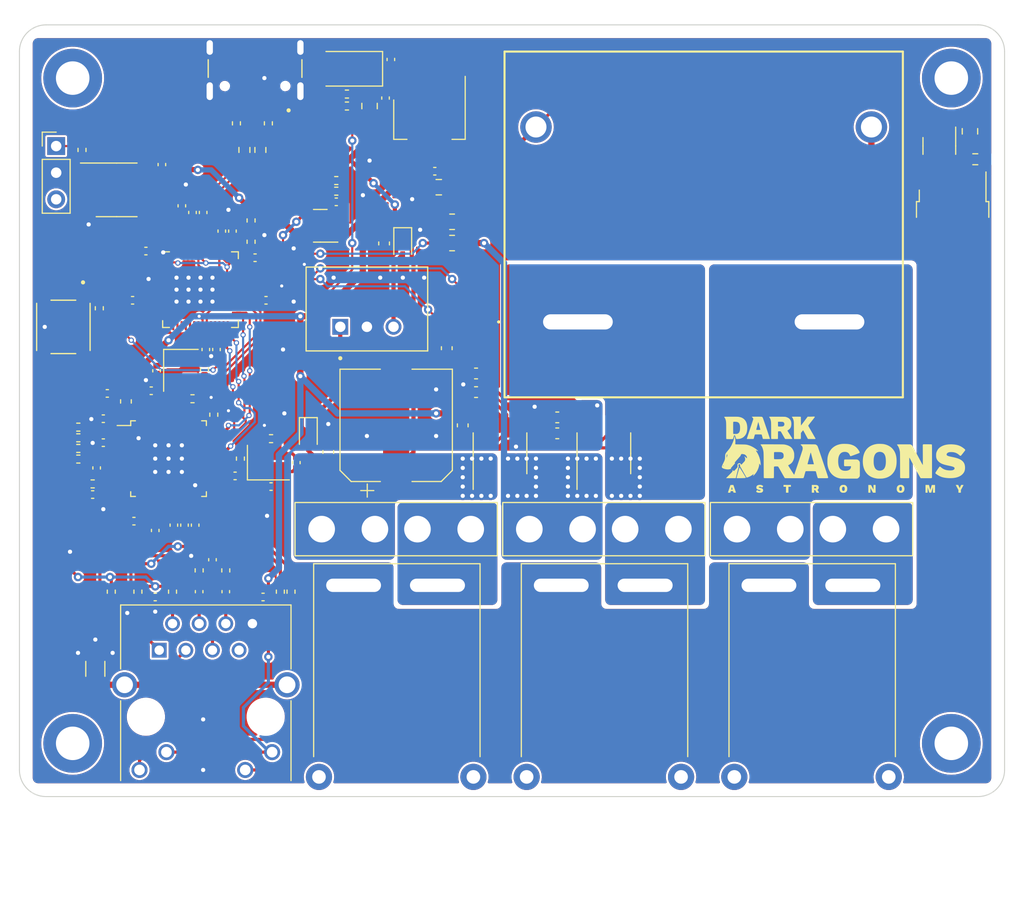
<source format=kicad_pcb>
(kicad_pcb (version 20211014) (generator pcbnew)
  (layers (0 "F.Cu" signal) (31 "B.Cu" signal) (34 "B.Paste" user) (35 "F.Paste" user) (36 "B.SilkS" user "B.Silkscreen") (37 "F.SilkS" user "F.Silkscreen") (38 "B.Mask" user) (39 "F.Mask" user) (44 "Edge.Cuts" user))
  (net 0 "")
  (net 1 "VSYS")
  (net 2 "GND")
  (net 3 "+3V3")
  (net 4 "Net-(C14-Pad1)")
  (net 5 "XIN")
  (net 6 "Net-(C16-Pad1)")
  (net 7 "+1V1")
  (net 8 "+3.3VA")
  (net 9 "XI")
  (net 10 "Net-(C32-Pad1)")
  (net 11 "GNDPWR")
  (net 12 "Net-(C34-Pad1)")
  (net 13 "Net-(C35-Pad1)")
  (net 14 "Net-(C35-Pad2)")
  (net 15 "Net-(C36-Pad1)")
  (net 16 "Net-(C36-Pad2)")
  (net 17 "Net-(C37-Pad1)")
  (net 18 "Net-(C38-Pad1)")
  (net 19 "Net-(C39-Pad1)")
  (net 20 "SENSE_A")
  (net 21 "SENSE_B")
  (net 22 "VBUS")
  (net 23 "Net-(J1-PadA5)")
  (net 24 "USB_D_P")
  (net 25 "USB_D_N")
  (net 27 "Net-(J1-PadB5)")
  (net 29 "GPIO0")
  (net 30 "GPIO1")
  (net 31 "GPIO2")
  (net 32 "GPIO3")
  (net 33 "GPIO4")
  (net 34 "GPIO5")
  (net 35 "GPIO6")
  (net 36 "GPIO7")
  (net 37 "GPIO8")
  (net 38 "GPIO9")
  (net 39 "GPIO10")
  (net 40 "GPIO11")
  (net 41 "GPIO12")
  (net 42 "GPIO13")
  (net 43 "GPIO14")
  (net 44 "GPIO15")
  (net 45 "BATTERY_VOLTAGE")
  (net 46 "GPIO22")
  (net 47 "RUN")
  (net 48 "ADC_VREF")
  (net 49 "+BATT")
  (net 50 "LOAD+")
  (net 51 "Net-(JP1-Pad1)")
  (net 53 "LOAD_OUT")
  (net 54 "Net-(Q2-Pad1)")
  (net 55 "RSTn")
  (net 56 "INTn")
  (net 57 "MOSI")
  (net 58 "MISO")
  (net 59 "SCLK")
  (net 60 "SCSn")
  (net 61 "Net-(P1-Pad1)")
  (net 62 "Net-(P1-Pad3)")
  (net 64 "Net-(P1-Pad9)")
  (net 65 "Net-(P1-Pad11)")
  (net 66 "GPIO29{slash}ADC3")
  (net 67 "GPIO24")
  (net 68 "/RP2040/RUSB_D_P")
  (net 69 "/RP2040/RUSB_D_N")
  (net 70 "Net-(R9-Pad1)")
  (net 71 "XOUT")
  (net 72 "Net-(R12-Pad2)")
  (net 73 "QSPI_SS_N")
  (net 74 "XO")
  (net 75 "Net-(R20-Pad2)")
  (net 76 "ACTn")
  (net 77 "Net-(R23-Pad2)")
  (net 78 "Net-(R24-Pad2)")
  (net 79 "Net-(R25-Pad2)")
  (net 80 "LINKn")
  (net 81 "Net-(R29-Pad2)")
  (net 82 "SWCLK")
  (net 83 "SWDIO")
  (net 84 "GPIO23")
  (net 85 "GPIO25")
  (net 86 "QSPI_SD3")
  (net 87 "QSPI_SCLK")
  (net 88 "QSPI_SD0")
  (net 89 "QSPI_SD2")
  (net 90 "QSPI_SD1")
  (net 105 "+12V")
  (net 106 "LOAD_SWITCHED+")
  (net 111 "/Logic/12V_UNFUSED")
  (net 112 "/Logic/BATTERY_UNFUSED")
  (net 113 "/Logic/LOAD_UNFUSED")
  (net 114 "Net-(R32-Pad1)")
  (net 115 "LOAD_TRIGGER")
  (net 116 "Net-(D2-Pad2)")
  (net 117 "/12V_PROTECTED")
  (footprint "Capacitor_SMD:C_0402_1005Metric" (layer "F.Cu") (at 89.154 104.14 -90)
    (fp_text reference "C28" hide)
    (fp_text value "0.1uF")
  )
  (footprint "Capacitor_SMD:C_0402_1005Metric" (layer "F.Cu") (at 115.824 69.85)
    (fp_text reference "C12" hide)
    (fp_text value "100nF")
  )
  (footprint "Capacitor_SMD:C_0603_1608Metric" (layer "F.Cu") (at 105.664 96.647 90)
    (fp_text reference "C49" hide)
    (fp_text value "10uF")
  )
  (footprint "Capacitor_SMD:C_0402_1005Metric" (layer "F.Cu") (at 90.932 103.632 -90)
    (fp_text reference "C38" hide)
    (fp_text value "4.7uF")
  )
  (footprint "Capacitor_SMD:C_0402_1005Metric" (layer "F.Cu") (at 92.964 103.632 -90)
    (fp_text reference "C39" hide)
    (fp_text value "0.1uF")
  )
  (footprint "Resistor_SMD:R_0402_1005Metric" (layer "F.Cu") (at 95.885 107.95 -90)
    (fp_text reference "R26" hide)
    (fp_text value "49.9Ω")
  )
  (footprint "Resistor_SMD:R_0402_1005Metric" (layer "F.Cu") (at 92.71 91.567)
    (fp_text reference "R17" hide)
    (fp_text value "4.7kΩ")
  )
  (footprint "Package_SO:SOIC-8_3.9x4.9mm_P1.27mm" (layer "F.Cu") (at 122.047 96.774 90)
    (fp_text reference "U6" hide)
    (fp_text value "MLX91221")
  )
  (footprint "Resistor_SMD:R_0402_1005Metric" (layer "F.Cu") (at 81.8165 94.278)
    (fp_text reference "R20" hide)
    (fp_text value "3.3Ω")
  )
  (footprint "Capacitor_SMD:C_0402_1005Metric" (layer "F.Cu") (at 99.441 110.49 180)
    (fp_text reference "C23" hide)
    (fp_text value "0.1uF")
  )
  (footprint "Package_TO_SOT_SMD:SOT-23" (layer "F.Cu") (at 104.902 75.057 180)
    (fp_text reference "Q1" hide)
    (fp_text value "2N7002")
  )
  (footprint "Diode_SMD:D_SOD-323" (layer "F.Cu") (at 112.7655 76.742 -90)
    (fp_text reference "D2" hide)
    (fp_text value "BAT60A")
  )
  (footprint "01-rickbassham:PP45-SHORT" (layer "F.Cu") (at 159.131 139.065 180)
    (fp_text reference "J6" hide)
    (fp_text value "PP45-OFFSET")
  )
  (footprint "Capacitor_SMD:C_0402_1005Metric" (layer "F.Cu") (at 89.281 88.9 -90)
    (fp_text reference "C15" hide)
    (fp_text value "15pF")
  )
  (footprint "Capacitor_SMD:C_0402_1005Metric" (layer "F.Cu") (at 98.679 78.105)
    (fp_text reference "C3" hide)
    (fp_text value "0.1uF")
  )
  (footprint "Capacitor_SMD:C_0402_1005Metric" (layer "F.Cu") (at 89.789 69.215 90)
    (fp_text reference "C20" hide)
    (fp_text value "0.1uF")
  )
  (footprint "01-rickbassham:MountingHole_3.2mm_M3_DIN965_Pad" (layer "F.Cu") (at 81.28 124.46)
    (fp_text reference "H3")
    (fp_text value "MountingHole_Pad")
  )
  (footprint "Resistor_SMD:R_0603_1608Metric" (layer "F.Cu") (at 167.386 68.707)
    (fp_text reference "R32" hide)
    (fp_text value "100Ω")
  )
  (footprint "Package_TO_SOT_SMD:SOT-223-3_TabPin2" (layer "F.Cu") (at 115.316 64.897 -90)
    (fp_text reference "U1" hide)
    (fp_text value "AMS1117-3.3")
  )
  (footprint "Capacitor_SMD:C_0603_1608Metric" (layer "F.Cu") (at 118.491 94.107 -90)
    (fp_text reference "C41" hide)
    (fp_text value "47nF")
  )
  (footprint "Capacitor_SMD:C_0402_1005Metric" (layer "F.Cu") (at 89.154 110.49 180)
    (fp_text reference "C34" hide)
    (fp_text value "22nF")
  )
  (footprint "Resistor_SMD:R_0402_1005Metric" (layer "F.Cu") (at 100.203 95.377 180)
    (fp_text reference "R15" hide)
    (fp_text value "0Ω")
  )
  (footprint "Resistor_SMD:R_0402_1005Metric" (layer "F.Cu") (at 81.8165 95.294)
    (fp_text reference "R23" hide)
    (fp_text value "3.3Ω")
  )
  (footprint "01-rickbassham:MountingHole_3.2mm_M3_DIN965_Pad" (layer "F.Cu") (at 165.1 124.46)
    (fp_text reference "H1")
    (fp_text value "MountingHole_Pad")
  )
  (footprint "Capacitor_SMD:C_0402_1005Metric" (layer "F.Cu") (at 94.615 106.934 90)
    (fp_text reference "C37" hide)
    (fp_text value "0.1uF")
  )
  (footprint "Capacitor_SMD:C_0402_1005Metric" (layer "F.Cu") (at 96.774 98.933)
    (fp_text reference "C22" hide)
    (fp_text value "0.1uF")
  )
  (footprint "Capacitor_SMD:C_0402_1005Metric" (layer "F.Cu") (at 92.71 73.787 90)
    (fp_text reference "C4" hide)
    (fp_text value "0.1uF")
  )
  (footprint "Resistor_SMD:R_0402_1005Metric" (layer "F.Cu") (at 93.345 107.95 -90)
    (fp_text reference "R27" hide)
    (fp_text value "49.9Ω")
  )
  (footprint "Capacitor_SMD:C_0402_1005Metric" (layer "F.Cu") (at 91.694 73.152 90)
    (fp_text reference "C18" hide)
    (fp_text value "0.1uF")
  )
  (footprint "Resistor_SMD:R_0402_1005Metric" (layer "F.Cu") (at 106.426 70.739)
    (fp_text reference "R4" hide)
    (fp_text value "200kΩ")
  )
  (footprint "01-rickbassham:HE1ANPDC6VY5" (layer "F.Cu") (at 129.478 84.23)
    (fp_text reference "K1" hide)
    (fp_text value "HE1AN-P-DC12V-Y5" hide)
  )
  (footprint "Capacitor_SMD:C_0603_1608Metric" (layer "F.Cu") (at 119.761 89.154)
    (fp_text reference "C48" hide)
    (fp_text value "4.7nF")
  )
  (footprint "Resistor_SMD:R_0402_1005Metric" (layer "F.Cu") (at 83.185 99.695)
    (fp_text reference "R29" hide)
    (fp_text value "12.4kΩ")
  )
  (footprint "Capacitor_SMD:C_0402_1005Metric" (layer "F.Cu") (at 87.122 103.251 180)
    (fp_text reference "C27" hide)
    (fp_text value "0.1uF")
  )
  (footprint "Resistor_SMD:R_0805_2012Metric" (layer "F.Cu") (at 117.475 74.676 180)
    (fp_text reference "R31" hide)
    (fp_text value "1.5k")
  )
  (footprint "Resistor_SMD:R_0402_1005Metric" (layer "F.Cu") (at 99.949 65.278 90)
    (fp_text reference "R8" hide)
    (fp_text value "5.1kΩ")
  )
  (footprint "01-rickbassham:MountingHole_3.2mm_M3_DIN965_Pad" (layer "F.Cu") (at 81.28 60.96)
    (fp_text reference "H2")
    (fp_text value "MountingHole_Pad")
  )
  (footprint "01-rickbassham:Keystone 3522-2 Fuse Holder" (layer "F.Cu") (at 149.735 104.013 180)
    (fp_text reference "F6" hide)
    (fp_text value "Fuse")
  )
  (footprint "Capacitor_SMD:C_0402_1005Metric" (layer "F.Cu") (at 84.582 91.059 180)
    (fp_text reference "C21" hide)
    (fp_text value "1uF")
  )
  (footprint "Package_SO:SOIC-8_3.9x4.9mm_P1.27mm" (layer "F.Cu") (at 85.471 71.628)
    (fp_text reference "U4" hide)
    (fp_text value "W25Q128JVSIQ")
  )
  (footprint "Resistor_SMD:R_0402_1005Metric" (layer "F.Cu") (at 81.8165 97.326)
    (fp_text reference "R25" hide)
    (fp_text value "3.3Ω")
  )
  (footprint "01-rickbassham:RP2040" (layer "F.Cu") (at 93.472 81.153)
    (fp_text reference "U3" hide)
    (fp_text value "RP2040")
  )
  (footprint "Capacitor_SMD:C_0603_1608Metric" (layer "F.Cu") (at 116.967 86.741 -90)
    (fp_text reference "C42" hide)
    (fp_text value "4.7nF")
  )
  (footprint "Capacitor_SMD:C_0402_1005Metric" (layer "F.Cu") (at 100.203 99.949)
    (fp_text reference "C31" hide)
    (fp_text value "18pF")
  )
  (footprint "Resistor_SMD:R_0402_1005Metric" (layer "F.Cu") (at 83.82 82.931 90)
    (fp_text reference "R12" hide)
    (fp_text value "1kΩ")
  )
  (footprint "Capacitor_SMD:C_0805_2012Metric" (layer "F.Cu") (at 166.878 66.04 90)
    (fp_text reference "C43" hide)
    (fp_text value "22uF")
  )
  (footprint "01-rickbassham:Keystone 3522-2 Fuse Holder" (layer "F.Cu") (at 129.923 104.013 180)
    (fp_text reference "F5" hide)
    (fp_text value "Fuse")
  )
  (footprint "01-rickbassham:J1B1211CCD" (layer "F.Cu") (at 93.98 121.92)
    (fp_text reference "P1" hide)
    (fp_text value "RJ45_LED_Shielded")
  )
  (footprint "Package_TO_SOT_SMD:TO-252-2" (layer "F.Cu") (at 165.226 75.219 -90)
    (fp_text reference "Q2" hide)
    (fp_text value "AOD508")
  )
  (footprint "01-rickbassham:PP45-SHORT" (layer "F.Cu") (at 119.507 139.065 180)
    (fp_text reference "J4" hide)
    (fp_text value "PP45-OFFSET")
  )
  (footprint "01-rickbassham:HRO_TYPE-C-31-M-12" (layer "F.Cu") (at 98.679 58.039 180)
    (fp_text reference "J1" hide)
    (fp_text value "TYPE-C-31-M-12")
  )
  (footprint "Package_SO:SOIC-8_3.9x4.9mm_P1.27mm" (layer "F.Cu") (at 131.953 96.774 90)
    (fp_text reference "U12" hide)
    (fp_text value "MLX91221")
  )
  (footprint "Capacitor_SMD:C_0402_1005Metric" (layer "F.Cu") (at 99.723 82.169)
    (fp_text reference "C8" hide)
    (fp_text value "0.1uF")
  )
  (footprint "Resistor_SMD:R_0402_1005Metric" (layer "F.Cu") (at 97.282 97.282 90)
    (fp_text reference "R14" hide)
    (fp_text value "1MΩ")
  )
  (footprint "Capacitor_SMD:C_0603_1608Metric" (layer "F.Cu") (at 127.508 94.869 180)
    (fp_text reference "C47" hide)
    (fp_text value "47nF")
  )
  (footprint "Capacitor_SMD:C_0402_1005Metric" (layer "F.Cu") (at 88.265 77.47 180)
    (fp_text reference "C6" hide)
    (fp_text value "0.1uF")
  )
  (footprint "Resistor_SMD:R_0402_1005Metric" (layer "F.Cu") (at 90.805 109.982 90)
    (fp_text reference "R16" hide)
    (fp_text value "10Ω")
  )
  (footprint "Resistor_SMD:R_0402_1005Metric" (layer "F.Cu") (at 94.742 93.091 -90)
    (fp_text reference "R21" hide)
    (fp_text value "4.7kΩ")
  )
  (footprint "Crystal:Crystal_SMD_3225-4Pin_3.2x2.5mm" (layer "F.Cu") (at 99.949 97.663)
    (fp_text reference "Y1" hide)
    (fp_text value "C700768")
  )
  (footprint "Resistor_SMD:R_0603_1608Metric" (layer "F.Cu") (at 97.663 67.818 90)
    (fp_text reference "R3" hide)
    (fp_text value "27Ω")
  )
  (footprint "01-rickbassham:MountingHole_3.2mm_M3_DIN965_Pad" (layer "F.Cu") (at 165.1 60.96)
    (fp_text reference "H4")
    (fp_text value "MountingHole_Pad")
  )
  (footprint "Capacitor_SMD:C_1206_3216Metric" (layer "F.Cu") (at 83.439 117.348 90)
    (fp_text reference "C33" hide)
    (fp_text value "1nF/2kV")
  )
  (footprint "Resistor_SMD:R_0402_1005Metric" (layer "F.Cu") (at 102.108 109.982 -90)
    (fp_text reference "R22" hide)
    (fp_text value "470Ω")
  )
  (footprint "Crystal:Crystal_SMD_3225-4Pin_3.2x2.5mm" (layer "F.Cu") (at 91.606 88.857 -90)
    (fp_text reference "U2" hide)
    (fp_text value "X322512MSB4SI")
  )
  (footprint "Capacitor_SMD:C_0402_1005Metric" (layer "F.Cu") (at 83.566 98.171 -90)
    (fp_text reference "C25" hide)
    (fp_text value "0.1uF")
  )
  (footprint "Capacitor_SMD:C_0402_1005Metric" (layer "F.Cu") (at 93.726 73.787 90)
    (fp_text reference "C5" hide)
    (fp_text value "0.1uF")
  )
  (footprint "Resistor_SMD:R_0402_1005Metric" (layer "F.Cu") (at 101.092 109.982 -90)
    (fp_text reference "R28" hide)
    (fp_text value "470Ω")
  )
  (footprint "Capacitor_SMD:C_0603_1608Metric" (layer "F.Cu") (at 127.508 93.345 180)
    (fp_text reference "C46" hide)
    (fp_text value "47nF")
  )
  (footprint "Diode_SMD:D_SOD-323" (layer "F.Cu") (at 103.759 94.869 -90)
    (fp_text reference "D3" hide)
    (fp_text value "1N5819WS")
  )
  (footprint "01-rickbassham:text_logo" (layer "F.Cu") (at 154.813 96.901)
    (fp_text reference "G***" hide)
    (fp_text value "LOGO" hide)
  )
  (footprint "Capacitor_SMD:C_0402_1005Metric" (layer "F.Cu") (at 88.773 90.805 180)
    (fp_text reference "C16" hide)
    (fp_text value "15pF")
  )
  (footprint "Diode_SMD:D_SMA" (layer "F.Cu") (at 107.442 60.071 180)
    (fp_text reference "D1" hide)
    (fp_text value "SS54")
  )
  (footprint "Capacitor_SMD:CP_Elec_10x10.5" (layer "F.Cu") (at 112.141 94.107 90)
    (fp_text reference "C44" hide)
    (fp_text value "470uF/25V")
  )
  (footprint "01-rickbassham:SW_TS-1187A-B-A-B" (layer "F.Cu") (at 80.391 84.709 -90)
    (fp_text reference "SW1" hide)
    (fp_text value "SW_Push")
  )
  (footprint "Resistor_SMD:R_0603_1608Metric" (layer "F.Cu") (at 99.187 67.818 90)
    (fp_text reference "R5" hide)
    (fp_text value "27Ω")
  )
  (footprint "Resistor_SMD:R_0402_1005Metric" (layer "F.Cu") (at 82.169 67.818 90)
    (fp_text reference "R13" hide)
    (fp_text value "1kΩ")
  )
  (footprint "Capacitor_SMD:C_0402_1005Metric" (layer "F.Cu") (at 102.616 97.663 -90)
    (fp_text reference "C32" hide)
    (fp_text value "18pF")
  )
  (footprint "Resistor_SMD:R_0402_1005Metric" (layer "F.Cu") (at 93.853 88.773 -90)
    (fp_text reference "R11" hide)
    (fp_text value "1kΩ")
  )
  (footprint "Resistor_SMD:R_0402_1005Metric" (layer "F.Cu") (at 98.298 76.581 90)
    (fp_text reference "R9" hide)
    (fp_text value "1Ω")
  )
  (footprint "Capacitor_SMD:C_0603_1608Metric" (layer "F.Cu") (at 119.761 90.932 180)
    (fp_text reference "C40" hide)
    (fp_text value "47nF")
  )
  (footprint "Resistor_SMD:R_0805_2012Metric" (layer "F.Cu") (at 117.475 76.708)
    (fp_text reference "R30" hide)
    (fp_text value "5.6kΩ")
  )
  (footprint "Inductor_SMD:L_0603_1608Metric" (layer "F.Cu") (at 86.36 91.821 -90)
    (fp_text reference "L1" hide)
    (fp_text value "600mA")
  )
  (footprint "Capacitor_SMD:C_0402_1005Metric" (layer "F.Cu") (at 84.201 95.758 180)
    (fp_text reference "C24" hide)
    (fp_text value "0.1uF")
  )
  (footprint "Resistor_SMD:R_0402_1005Metric" (layer "F.Cu") (at 106.426 71.755)
    (fp_text reference "R6" hide)
    (fp_text value "100kΩ")
  )
  (footprint "Capacitor_SMD:C_0805_2012Metric" (layer "F.Cu") (at 116.205 71.374)
    (fp_text reference "C13" hide)
    (fp_text value "22uF")
  )
  (footprint "Resistor_SMD:R_0402_1005Metric" (layer "F.Cu") (at 87.503 109.982 90)
    (fp_text reference "R19" hide)
    (fp_text value "49.9Ω")
  )
  (footprint "Capacitor_SMD:C_0402_1005Metric" (layer "F.Cu") (at 84.201 93.472 180)
    (fp_text reference "C30" hide)
    (fp_text value "0.1uF")
  )
  (footprint "Resistor_SMD:R_0402_1005Metric" (layer "F.Cu") (at 107.442 63.627 180)
    (fp_text reference "R2" hide)
    (fp_text value "10kΩ")
  )
  (footprint "Capacitor_SMD:C_0402_1005Metric" (layer "F.Cu") (at 111.633 59.182 90)
    (fp_text reference "C1" hide)
    (fp_text value "1uF")
  )
  (footprint "Capacitor_SMD:C_0402_1005Metric" (layer "F.Cu") (at 95.504 75.565 90)
    (fp_text reference "C17" hide)
    (fp_text value "1uF")
  )
  (footprint "Capacitor_SMD:C_0402_1005Metric" (layer "F.Cu") (at 86.995 82.169 180)
    (fp_text reference "C7" hide)
    (fp_text value "0.1uF")
  )
  (footprint "Capacitor_SMD:C_0402_1005Metric" (layer "F.Cu") (at 96.52 75.565 90)
    (fp_text reference "C2" hide)
    (fp_text value "1uF")
  )
  (footprint "01-rickbassham:PP45-SHORT" (layer "F.Cu") (at 139.319 139.065 180)
    (fp_text reference "J5" hide)
    (fp_text value "PP45-OFFSET")
  )
  (footprint "Capacitor_SMD:C_0402_1005Metric" (layer "F.Cu") (at 106.426 72.771 180)
    (fp_text reference "C14" hide)
    (fp_text value "0.1uF")
  )
  (footprint "01-rickbassham:CONV_P78E05-1000" (layer "F.Cu") (at 109.347 84.6995)
    (fp_text reference "PS1" hide)
    (fp_text value "P78E05-1000")
  )
  (footprint "Resistor_SMD:R_0402_1005Metric" (layer "F.Cu") (at 96.901 65.278 90)
    (fp_text reference "R10" hide)
    (fp_text value "5.1kΩ")
  )
  (footprint "Package_QFP:LQFP-48-1EP_7x7mm_P0.5mm_EP3.6x3.6mm" (layer "F.Cu") (at 90.424 97.282)
    (fp_text reference "U5" hide)
    (fp_text value "W5500")
  )
  (footprint "Package_TO_SOT_SMD:SOT-23-5" (layer "F.Cu") (at 163.957 67.437 -90)
    (fp_text reference "U9" hide)
    (fp_text value "UCC27517")
  )
  (footprint "Capacitor_SMD:C_0402_1005Metric" (layer "F.Cu") (at 93.98 86.868 -90)
    (fp_text reference "C9" hide)
    (fp_text value "0.1uF")
  )
  (footprint "Capacitor_SMD:C_0402_1005Metric" (layer "F.Cu") (at 95.885 109.982 90)
    (fp_text reference "C36" hide)
    (fp_text value "6.8nF")
  )
  (footprint "Capacitor_SMD:C_0402_1005Metric" (layer "F.Cu") (at 93.345 109.982 90)
    (fp_text reference "C35" hide)
    (fp_text value "6.8nF")
  )
  (footprint "Capacitor_SMD:C_0402_1005Metric" (layer "F.Cu") (at 111.125 62.865 -90)
    (fp_text reference "C11" hide)
    (fp_text value "100nF")
  )
  (footprint "Resistor_SMD:R_0402_1005Metric" (layer "F.Cu") (at 81.8165 96.31)
    (fp_text reference "R24" hide)
    (fp_text value "3.3Ω")
  )
  (footprint "Resistor_SMD:R_0402_1005Metric" (layer "F.Cu") (at 98.298 74.549 90)
    (fp_text reference "R7" hide)
    (fp_text value "200Ω")
  )
  (footprint "Connector_PinHeader_2.54mm:PinHeader_1x03_P2.54mm_Vertical" (layer "F.Cu") (at 79.706 67.449)
    (fp_text reference "JP1" hide)
    (fp_text value "Boot_Mode")
  )
  (footprint "01-rickbassham:Keystone 3522-2 Fuse Holder" (layer "F.Cu") (at 110.111 104.013 180)
    (fp_text reference "F1" hide)
    (fp_text value "Fuse")
  )
  (footprint "Capacitor_SMD:C_0402_1005Metric" (layer "F.Cu") (at 91.948 103.632 -90)
    (fp_text reference "C29" hide)
    (fp_text value "0.1uF")
  )
  (footprint "Capacitor_SMD:C_0402_1005Metric" (layer "F.Cu") (at 83.185 100.711 180)
    (fp_text reference "C26" hide)
    (fp_text value "0.1uF")
  )
  (footprint "Resistor_SMD:R_0402_1005Metric" (layer "F.Cu") (at 84.963 109.982 90)
    (fp_text reference "R18" hide)
    (fp_text value "49.9Ω")
  )
  (footprint "Capacitor_SMD:C_0603_1608Metric" (layer "F.Cu") (at 110.9875 76.742 -90)
    (fp_text reference "C45" hide)
    (fp_text value "22uF")
  )
  (footprint "Resistor_SMD:R_0402_1005Metric" (layer "F.Cu") (at 107.442 62.484)
    (fp_text reference "R1" hide)
    (fp_text value "5.6kΩ")
  )
  (footprint "Capacitor_SMD:C_0402_1005Metric" (layer "F.Cu") (at 94.996 86.868 -90)
    (fp_text reference "C19" hide)
    (fp_text value "0.1uF")
  )
  (footprint "Capacitor_SMD:C_0805_2012Metric" (layer "F.Cu") (at 109.601 63.627 -90)
    (fp_text reference "C10" hide)
    (fp_text value "22uF")
  )
  (gr_arc (start 170.18 127) (mid 169.436051 128.796051) (end 167.64 129.54) (layer "Edge.Cuts") (width 0.1))
  (gr_line (start 167.64 129.54) (end 78.74 129.54) (layer "Edge.Cuts") (width 0.1))
  (gr_line (start 76.2 127) (end 76.2 58.42) (layer "Edge.Cuts") (width 0.1))
  (gr_arc (start 167.64 55.88) (mid 169.436051 56.623949) (end 170.18 58.42) (layer "Edge.Cuts") (width 0.1))
  (gr_arc (start 78.74 129.54) (mid 76.943949 128.796051) (end 76.2 127) (layer "Edge.Cuts") (width 0.1))
  (gr_arc (start 76.2 58.42) (mid 76.943949 56.623949) (end 78.74 55.88) (layer "Edge.Cuts") (width 0.1))
  (gr_line (start 170.18 58.42) (end 170.18 127) (layer "Edge.Cuts") (width 0.1))
  (gr_line (start 78.74 55.88) (end 167.64 55.88) (layer "Edge.Cuts") (width 0.1))
  (segment (start 105.916 70.739) (end 105.916 70.487) (width 0.6) (layer "F.Cu") (net 1))
  (segment (start 113.016 61.747) (end 113.016 61.045) (width 0.3) (layer "F.Cu") (net 1))
  (segment (start 112.014 73.025) (end 112.014 74.9405) (width 0.4) (layer "F.Cu") (net 1))
  (segment (start 109.601 62.677) (end 110.833 62.677) (width 0.2) (layer "F.Cu") (net 1))
  (segment (start 113.016 63.387) (end 113.016 61.747) (width 0.6) (layer "F.Cu") (net 1))
  (segment (start 109.982 70.993) (end 107.7595 68.7705) (width 0.4) (layer "F.Cu") (net 1))
  (segment (start 112.7655 75.692) (end 111.2625 75.692) (width 0.4) (layer "F.Cu") (net 1))
  (segment (start 107.7595 68.7705) (end 107.7595 68.6435) (width 0.4) (layer "F.Cu") (net 1))
  (segment (start 112.014 74.9405) (end 110.9875 75.967) (width 0.4) (layer "F.Cu") (net 1))
  (segment (start 110.833 62.677) (end 111.125 62.385) (width 0.2) (layer "F.Cu") (net 1))
  (segment (start 113.016 61.045) (end 111.633 59.662) (width 0.3) (layer "F.Cu") (net 1))
  (segment (start 105.916 70.487) (end 107.7595 68.6435) (width 0.6) (layer "F.Cu") (net 1))
  (segment (start 107.7595 68.6435) (end 113.016 63.387) (width 0.6) (layer "F.Cu") (net 1))
  (segment (start 111.633 59.662) (end 109.851 59.662) (width 0.3) (layer "F.Cu") (net 1))
  (segment (start 111.125 62.385) (end 111.763 61.747) (width 0.2) (layer "F.Cu") (net 1))
  (segment (start 109.851 59.662) (end 109.442 60.071) (width 0.3) (layer "F.Cu") (net 1))
  (segment (start 111.763 61.747) (end 113.016 61.747) (width 0.2) (layer "F.Cu") (net 1))
  (via (at 112.014 73.025) (size 0.8) (drill 0.4) (layers "F.Cu" "B.Cu") (net 1))
  (via (at 109.982 70.993) (size 0.8) (drill 0.4) (layers "F.Cu" "B.Cu") (net 1))
  (segment (start 112.014 73.025) (end 109.982 70.993) (width 0.4) (layer "B.Cu") (net 1))
  (segment (start 87.674 92.627) (end 86.86848 91.82148) (width 0.3) (layer "F.Cu") (net 2))
  (segment (start 86.2615 95.532) (end 87.366 95.532) (width 0.3) (layer "F.Cu") (net 2))
  (segment (start 101.049 99.583) (end 100.683 99.949) (width 0.3) (layer "F.Cu") (net 2))
  (segment (start 82.705 100.711) (end 82.675 100.681) (width 0.3) (layer "F.Cu") (net 2))
  (segment (start 92.472 82.153) (end 93.472 81.153) (width 0.2) (layer "F.Cu") (net 2))
  (segment (start 94.934 62.789) (end 94.354 62.209) (width 0.3) (layer "F.Cu") (net 2))
  (segment (start 86.86848 91.82148) (end 84.822195 91.82148) (width 0.3) (layer "F.Cu") (net 2))
  (segment (start 99.48 96.813) (end 99.999489 97.332489) (width 0.3) (layer "F.Cu") (net 2))
  (segment (start 87.924841 102.53152) (end 87.319195 102.53152) (width 0.3) (layer "F.Cu") (net 2))
  (segment (start 87.319195 102.53152) (end 86.642 103.208715) (width 0.3) (layer "F.Cu") (net 2))
  (segment (start 92.472 84.5905) (end 92.472 82.153) (width 0.2) (layer "F.Cu") (net 2))
  (segment (start 96.395285 98.032) (end 97.254 98.890715) (width 0.3) (layer "F.Cu") (net 2))
  (segment (start 86.642 103.208715) (end 86.642 103.378) (width 0.3) (layer "F.Cu") (net 2))
  (segment (start 82.675 99.695) (end 82.675 99.542) (width 0.3) (layer "F.Cu") (net 2))
  (segment (start 87.674 93.1195) (end 87.674 92.627) (width 0.3) (layer "F.Cu") (net 2))
  (segment (start 95.479 62.789) (end 94.934 62.789) (width 0.3) (layer "F.Cu") (net 2))
  (segment (start 84.822195 91.82148) (end 84.102 91.101285) (width 0.3) (layer "F.Cu") (net 2))
  (segment (start 88.174 102.282361) (end 87.924841 102.53152) (width 0.3) (layer "F.Cu") (net 2))
  (segment (start 92.456 87.757) (end 92.456 87.857) (width 0.2) (layer "F.Cu") (net 2))
  (segment (start 84.102 91.101285) (end 84.102 91.059) (width 0.3) (layer "F.Cu") (net 2))
  (segment (start 123.952 95.504) (end 123.952 94.299) (width 0.3) (layer "F.Cu") (net 2))
  (segment (start 101.049 98.513) (end 101.049 99.583) (width 0.3) (layer "F.Cu") (net 2))
  (segment (start 98.849 96.813) (end 99.48 96.813) (width 0.3) (layer "F.Cu") (net 2))
  (segment (start 99.999489 97.332489) (end 99.999489 97.762511) (width 0.3) (layer "F.Cu") (net 2))
  (segment (start 94.5865 98.032) (end 96.395285 98.032) (width 0.3) (layer "F.Cu") (net 2))
  (segment (start 102.616 98.143) (end 102.246 98.513) (width 0.3) (layer "F.Cu") (net 2))
  (segment (start 86.2615 98.532) (end 83.685 98.532) (width 0.3) (layer "F.Cu") (net 2))
  (segment (start 99.999489 97.762511) (end 100.749978 98.513) (width 0.3) (layer "F.Cu") (net 2))
  (segment (start 82.675 99.542) (end 83.566 98.651) (width 0.3) (layer "F.Cu") (net 2))
  (segment (start 83.685 98.532) (end 83.566 98.651) (width 0.3) (layer "F.Cu") (net 2))
  (segment (start 82.675 100.681) (end 82.675 99.695) (width 0.3) (layer "F.Cu") (net 2))
  (segment (start 102.246 98.513) (end 101.049 98.513) (width 0.3) (layer "F.Cu") (net 2))
  (segment (start 100.749978 98.513) (end 101.049 98.513) (width 0.3) (layer "F.Cu") (net 2))
  (segment (start 90.756 89.557) (end 90.756 89.957) (width 0.2) (layer "F.Cu") (net 2))
  (segment (start 133.858 94.710427) (end 132.310907 96.25752) (width 0.3) (layer "F.Cu") (net 2))
  (segment (start 88.174 101.4445) (end 88.174 102.282361) (width 0.3) (layer "F.Cu") (net 2))
  (segment (start 132.310907 96.25752) (end 124.70552 96.25752) (width 0.3) (layer "F.Cu") (net 2))
  (segment (start 87.366 95.532) (end 87.5655 95.3325) (width 0.3) (layer "F.Cu") (net 2))
  (segment (start 133.858 94.299) (end 133.858 94.710427) (width 0.3) (layer "F.Cu") (net 2))
  (segment (start 101.879 62.789) (end 102.424 62.789) (width 0.3) (layer "F.Cu") (net 2))
  (segment (start 97.254 98.890715) (end 97.254 98.933) (width 0.3) (layer "F.Cu") (net 2))
  (segment (start 124.70552 96.25752) (end 123.952 95.504) (width 0.3) (layer "F.Cu") (net 2))
  (segment (start 92.456 87.857) (end 90.756 89.557) (width 0.2) (layer "F.Cu") (net 2))
  (segment (start 102.424 62.789) (end 103.004 62.209) (width 0.3) (layer "F.Cu") (net 2))
  (via (at 125.349 92.329) (size 0.8) (drill 0.4) (layers "F.Cu" "B.Cu") (net 2))
  (via (at 81.026 106.172) (size 0.8) (drill 0.4) (layers "F.Cu" "B.Cu") (net 2))
  (via (at 93.726 127) (size 0.8) (drill 0.4) (layers "F.Cu" "B.Cu") (net 2))
  (via (at 105.664 93.98) (size 0.8) (drill 0.4) (layers "F.Cu" "B.Cu") (net 2))
  (via (at 109.347 95.123) (size 0.8) (drill 0.4) (layers "F.Cu" "B.Cu") (net 2))
  (via (at 93.472 82.296) (size 0.8) (drill 0.4) (layers "F.Cu" "B.Cu") (net 2))
  (via (at 81.788 115.824) (size 0.8) (drill 0.4) (layers "F.Cu" "B.Cu") (net 2))
  (via (at 102.362 82.296) (size 0.8) (drill 0.4) (layers "F.Cu" "B.Cu") (net 2))
  (via (at 92.075 71.12) (size 0.8) (drill 0.4) (layers "F.Cu" "B.Cu") (net 2))
  (via (at 93.472 81.153) (size 0.8) (drill 0.4) (layers "F.Cu" "B.Cu") (net 2))
  (via (at 90.424 97.282) (size 0.8) (drill 0.4) (layers "F.Cu" "B.Cu") (net 2))
  (via (at 83.185 95.7825) (size 0.8) (drill 0.4) (layers "F.Cu" "B.Cu") (net 2))
  (via (at 94.488 91.44) (size 0.5) (drill 0.3) (layers "F.Cu" "B.Cu") (net 2))
  (via (at 92.329 81.153) (size 0.8) (drill 0.4) (layers "F.Cu" "B.Cu") (net 2))
  (via (at 102.362 77.216) (size 0.8) (drill 0.4) (layers "F.Cu" "B.Cu") (net 2))
  (via (at 94.615 80.01) (size 0.8) (drill 0.4) (layers "F.Cu" "B.Cu") (net 2))
  (via (at 99.568 94.107) (size 0.5) (drill 0.3) (layers "F.Cu" "B.Cu") (net 2))
  (via (at 96.139 73.533) (size 0.8) (drill 0.4) (layers "F.Cu" "B.Cu") (net 2))
  (via (at 92.329 82.296) (size 0.8) (drill 0.4) (layers "F.Cu" "B.Cu") (net 2))
  (via (at 91.186 81.153) (size 0.8) (drill 0.4) (layers "F.Cu" "B.Cu") (net 2))
  (via (at 123.571 96.139) (size 0.8) (drill 0.4) (layers "F.Cu" "B.Cu") (net 2))
  (via (at 93.472 80.01) (size 0.8) (drill 0.4) (layers "F.Cu" "B.Cu") (net 2))
  (via (at 99.822 102.743) (size 0.8) (drill 0.4) (layers "F.Cu" "B.Cu") (net 2))
  (via (at 101.219 80.8025) (size 0.7) (drill 0.3) (layers "F.Cu" "B.Cu") (net 2))
  (via (at 113.665 72.517) (size 0.8) (drill 0.4) (layers "F.Cu" "B.Cu") (net 2))
  (via (at 106.172 80.01) (size 0.8) (drill 0.4) (layers "F.Cu" "B.Cu") (net 2))
  (via (at 83.439 114.554) (size 0.8) (drill 0.4) (layers "F.Cu" "B.Cu") (net 2))
  (via (at 91.694 96.012) (size 0.8) (drill 0.4) (layers "F.Cu" "B.Cu") (net 2))
  (via (at 109.601 68.834) (size 0.8) (drill 0.4) (layers "F.Cu" "B.Cu") (net 2))
  (via (at 103.378 78.74) (size 0.7) (drill 0.3) (layers "F.Cu" "B.Cu") (net 2))
  (via (at 101.473 92.964) (size 0.8) (drill 0.4) (layers "F.Cu" "B.Cu") (net 2))
  (via (at 86.487 112.014) (size 0.8) (drill 0.4) (layers "F.Cu" "B.Cu") (net 2))
  (via (at 91.694 97.282) (size 0.8) (drill 0.4) (layers "F.Cu" "B.Cu") (net 2))
  (via (at 131.318 92.202) (size 0.8) (drill 0.4) (layers "F.Cu" "B.Cu") (net 2))
  (via (at 93.726 122.174) (size 0.8) (drill 0.4) (layers "F.Cu" "B.Cu") (net 2))
  (via (at 88.265 89.789) (size 0.8) (drill 0.4) (layers "F.Cu" "B.Cu") (net 2))
  (via (at 78.613 84.709) (size 0.8) (drill 0.4) (layers "F.Cu" "B.Cu") (net 2))
  (via (at 89.154 96.012) (size 0.8) (drill 0.4) (layers "F.Cu" "B.Cu") (net 2))
  (via (at 94.615 81.153) (size 0.8) (drill 0.4) (layers "F.Cu" "B.Cu") (net 2))
  (via (at 94.488 87.503) (size 0.8) (drill 0.4) (layers "F.Cu" "B.Cu") (net 2))
  (via (at 89.154 98.552) (size 0.8) (drill 0.4) (layers "F.Cu" "B.Cu") (net 2))
  (via (at 91.186 80.01) (size 0.8) (drill 0.4) (layers "F.Cu" "B.Cu") (net 2))
  (via (at 90.424 98.552) (size 0.8) (drill 0.4) (layers "F.Cu" "B.Cu") (net 2))
  (via (at 99.568 60.96) (size 0.8) (drill 0.4) (layers "F.Cu" "B.Cu") (net 2))
  (via (at 99.568 75.946) (size 0.8) (drill 0.4) (layers "F.Cu" "B.Cu") (net 2))
  (via (at 83.058 93.508) (size 0.8) (drill 0.4) (layers "F.Cu" "B.Cu") (net 2))
  (via (at 112.776 80.01) (size 0.8) (drill 0.4) (layers "F.Cu" "B.Cu") (net 2))
  (via (at 92.964 99.822) (size 0.8) (drill 0.4) (layers "F.Cu" "B.Cu") (net 2))
  (via (at 87.5655 95.3325) (size 0.7) (drill 0.4) (layers "F.Cu" "B.Cu") (net 2))
  (via (at 118.54102 90.198613) (size 0.8) (drill 0.4) (layers "F.Cu" "B.Cu") (net 2))
  (via (at 108.966 72.136) (size 0.8) (drill 0.4) (layers "F.Cu" "B.Cu") (net 2))
  (via (at 91.694 98.552) (size 0.8) (drill 0.4) (layers "F.Cu" "B.Cu") (net 2))
  (via (at 92.329 80.01) (size 0.8) (drill 0.4) (layers "F.Cu" "B.Cu") (net 2))
  (via (at 91.186 82.296) (size 0.8) (drill 0.4) (layers "F.Cu" "B.Cu") (net 2))
  (via (at 101.346 86.868) (size 0.8) (drill 0.4) (layers "F.Cu" "B.Cu") (net 2))
  (via (at 94.615 82.296) (size 0.8) (drill 0.4) (layers "F.Cu" "B.Cu") (net 2))
  (via (at 92.583 106.5635) (size 0.8) (drill 0.4) (layers "F.Cu" "B.Cu") (net 2))
  (via (at 110.617 80.01) (size 0.8) (drill 0.4) (layers "F.Cu" "B.Cu") (net 2))
  (via (at 89.154 111.887) (size 0.8) (drill 0.4) (layers "F.Cu" "B.Cu") (net 2))
  (via (at 90.424 96.012) (size 0.8) (drill 0.4) (layers "F.Cu" "B.Cu") (net 2))
  (via (at 85.09 115.824) (size 0.8) (drill 0.4) (layers "F.Cu" "B.Cu") (net 2))
  (via (at 96.139 92.71) (size 0.5) (drill 0.3) (layers "F.Cu" "B.Cu") (net 2))
  (via (at 84.201 102.108) (size 0.8) (drill 0.4) (layers "F.Cu" "B.Cu") (net 2))
  (via (at 88.519 80.137) (size 0.8) (drill 0.4) (layers "F.Cu" "B.Cu") (net 2))
  (via (at 115.951 95.123) (size 0.8) (drill 0.4) (layers "F.Cu" "B.Cu") (net 2))
  (via (at 82.804 74.93) (size 0.8) (drill 0.4) (layers "F.Cu" "B.Cu") (net 2))
  (via (at 89.916 77.597) (size 0.8) (drill 0.4) (layers "F.Cu" "B.Cu") (net 2))
  (via (at 114.427 75.438) (size 0.8) (drill 0.4) (layers "F.Cu" "B.Cu") (net 2))
  (via (at 114.808 80.01) (size 0.8) (drill 0.4) (layers "F.Cu" "B.Cu") (net 2))
  (via (at 89.154 97.282) (size 0.8) (drill 0.4) (layers "F.Cu" "B.Cu") (net 2))
  (via (at 115.951 90.678) (size 0.8) (drill 0.4) (layers "F.Cu" "B.Cu") (net 2))
  (segment (start 86.3345 91.059) (end 86.36 91.0335) (width 0.6) (layer "F.Cu") (net 3))
  (segment (start 125.095 95.25) (end 125.603 95.758) (width 0.3) (layer "F.Cu") (net 3))
  (segment (start 87.475 82.169) (end 87.475 78.74) (width 0.2) (layer "F.Cu") (net 3))
  (segment (start 122.682 94.710427) (end 122.682 94.299) (width 0.3) (layer "F.Cu") (net 3))
  (segment (start 94.072 77.7155) (end 93.672 77.7155) (width 0.2) (layer "F.Cu") (net 3))
  (segment (start 90.222 125.3) (end 100.305 125.3) (width 0.3) (layer "F.Cu") (net 3))
  (segment (start 125.603 95.758) (end 127.394 95.758) (width 0.3) (layer "F.Cu") (net 3))
  (segment (start 127.394 95.758) (end 128.283 94.869) (width 0.3) (layer "F.Cu") (net 3))
  (segment (start 97.409 74.730654) (end 97.409 75.438) (width 0.6) (layer "F.Cu") (net 3))
  (segment (start 93.345 83.693) (end 93.672 84.02) (width 0.2) (layer "F.Cu") (net 3))
  (segment (start 86.36 90.043) (end 86.36 91.0335) (width 0.6) (layer "F.Cu") (net 3))
  (segment (start 93.98 78.613) (end 93.672 78.305) (width 0.2) (layer "F.Cu") (net 3))
  (segment (start 94.072 77.7155) (end 94.072 74.613) (width 0.2) (layer "F.Cu") (net 3))
  (segment (start 95.672 78.247295) (end 95.977705 78.553) (width 0.2) (layer "F.Cu") (net 3))
  (segment (start 131.655428 95.642999) (end 132.588 94.710427) (width 0.3) (layer "F.Cu") (net 3))
  (segment (start 87.78656 91.821) (end 89.535 91.821) (width 0.3) (layer "F.Cu") (net 3))
  (segment (start 96.012 78.994) (end 96.012 81.787295) (width 0.2) (layer "F.Cu") (net 3))
  (segment (start 90.0345 82.153) (end 87.491 82.153) (width 0.2) (layer "F.Cu") (net 3))
  (segment (start 120.536 90.932) (end 122.682 93.078) (width 0.3) (layer "F.Cu") (net 3))
  (segment (start 95.672 77.7155) (end 95.672 78.247295) (width 0.2) (layer "F.Cu") (net 3))
  (segment (start 92.2 91.567) (end 90.888639 91.567) (width 0.3) (layer "F.Cu") (net 3))
  (segment (start 128.853 94.299) (end 128.283 94.869) (width 0.3) (layer "F.Cu") (net 3))
  (segment (start 121.761427 95.631) (end 122.682 94.710427) (width 0.3) (layer "F.Cu") (net 3))
  (segment (start 102.997 83.693) (end 102.997 89.408) (width 0.6) (layer "F.Cu") (net 3))
  (segment (start 93.748159 93.883202) (end 93.424841 94.20652) (width 0.3) (layer "F.Cu") (net 3))
  (segment (start 97.155 72.39) (end 98.298 73.533) (width 0.5) (layer "F.Cu") (net 3))
  (segment (start 93.748159 93.574841) (end 93.748159 93.883202) (width 0.3) (layer "F.Cu") (net 3))
  (segment (start 87.491 82.153) (end 87.475 82.169) (width 0.2) (layer "F.Cu") (net 3))
  (segment (start 93.672 77.7155) (end 93.672 75.229) (width 0.2) (layer "F.Cu") (net 3))
  (segment (start 86.36 91.0335) (end 86.99906 91.0335) (width 0.3) (layer "F.Cu") (net 3))
  (segment (start 108.9535 79.5145) (end 108.9535 74.4095) (width 0.6) (layer "F.Cu") (net 3))
  (segment (start 115.951 92.964) (end 118.123 92.964) (width 0.6) (layer "F.Cu") (net 3))
  (segment (start 89.761 69.723) (end 89.789 69.695) (width 0.5) (layer "F.Cu") (net 3))
  (segment (start 115.255 69.939) (end 115.344 69.85) (width 0.2) (layer "F.Cu") (net 3))
  (segment (start 98.298 73.533) (end 98.298 74.039) (width 0.5) (layer "F.Cu") (net 3))
  (segment (start 88.745 77.837) (end 88.745 77.47) (width 0.2) (layer "F.Cu") (net 3))
  (segment (start 99.949 110.462) (end 99.921 110.49) (width 0.6) (layer "F.Cu") (net 3))
  (segment (start 93.98 85.595301) (end 93.98 86.388) (width 0.2) (layer "F.Cu") (net 3))
  (segment (start 109.906 73.457) (end 115.316 68.047) (width 0.6) (layer "F.Cu") (net 3))
  (segment (start 96.012 78.994) (end 96.012 78.918705) (width 0.2) (layer "F.Cu") (net 3))
  (segment (start 93.672 85.287301) (end 93.98 85.595301) (width 0.2) (layer "F.Cu") (net 3))
  (segment (start 96.012 81.787295) (end 96.377705 82.153) (width 0.2) (layer "F.Cu") (net 3))
  (segment (start 132.588 94.710427) (end 132.588 94.299) (width 0.3) (layer "F.Cu") (net 3))
  (segment (start 90.174 92.281639) (end 90.174 93.1195) (width 0.3) (layer "F.Cu") (net 3))
  (segment (start 96.012 78.918705) (end 96.377705 78.553) (width 0.2) (layer "F.Cu") (net 3))
  (segment (start 96.377705 82.153) (end 96.9095 82.153) (width 0.2) (layer "F.Cu") (net 3))
  (segment (start 86.99906 91.0335) (end 87.78656 91.821) (width 0.3) (layer "F.Cu") (net 3))
  (segment (start 94.072 74.613) (end 93.726 74.267) (width 0.2) (layer "F.Cu") (net 3))
  (segment (start 94.742 92.581) (end 93.748159 93.574841) (width 0.3) (layer "F.Cu") (net 3))
  (segment (start 96.9095 82.153) (end 99.227 82.153) (width 0.2) (layer "F.Cu") (net 3))
  (segment (start 95.977705 78.553) (end 96.9095 78.553) (width 0.2) (layer "F.Cu") (net 3))
  (segment (start 98.100654 74.039) (end 97.409 74.730654) (width 0.6) (layer "F.Cu") (net 3))
  (segment (start 93.672 84.02) (end 93.672 84.5905) (width 0.2) (layer "F.Cu") (net 3))
  (segment (start 125.095 93.760573) (end 125.095 95.25) (width 0.3) (layer "F.Cu") (net 3))
  (segment (start 102.677 76.007) (end 100.709 74.039) (width 0.6) (layer "F.Cu") (net 3))
  (segment (start 123.595093 92.97448) (end 124.308907 92.97448) (width 0.3) (layer "F.Cu") (net 3))
  (segment (start 119.175 93.332) (end 120.142 94.299) (width 0.3) (layer "F.Cu") (net 3))
  (segment (start 97.409 75.438) (end 96.802 76.045) (width 0.6) (layer "F.Cu") (net 3))
  (segment (start 96.802 76.045) (end 96.52 76.045) (width 0.6) (layer "F.Cu") (net 3))
  (segment (start 99.921 110.49) (end 99.949 110.518) (width 0.6) (layer "F.Cu") (net 3))
  (segment (start 121.062573 95.631) (end 121.761427 95.631) (width 0.3) (layer "F.Cu") (net 3))
  (segment (start 95.672 76.893) (end 96.52 76.045) (width 0.2) (layer "F.Cu") (net 3))
  (segment (start 90.423159 94.20652) (end 93.37248 94.20652) (width 0.3) (layer "F.Cu") (net 3))
  (segment (start 90.0345 78.553) (end 89.461 78.553) (width 0.2) (layer "F.Cu") (net 3))
  (segment (start 93.37248 94.20652) (end 93.49948 94.33352) (width 0.3) (layer "F.Cu") (net 3))
  (segment (start 124.308907 92.97448) (end 125.095 93.760573) (width 0.3) (layer "F.Cu") (net 3))
  (segment (start 115.316 68.047) (end 115.316 69.822) (width 0.3) (layer "F.Cu") (net 3))
  (segment (start 122.682 93.887573) (end 123.595093 92.97448) (width 0.3) (layer "F.Cu") (net 3))
  (segment (start 128.283 93.345) (end 128.283 94.869) (width 0.3) (layer "F.Cu") (net 3))
  (segment (start 93.672 78.305) (end 93.672 77.7155) (width 0.2) (layer "F.Cu") (net 3))
  (segment (start 93.218 69.723) (end 93.19 69.695) (width 0.5) (layer "F.Cu") (net 3))
  (segment (start 120.142 94.710427) (end 121.062573 95.631) (width 0.3) (layer "F.Cu") (net 3))
  (segment (start 90.174 93.1195) (end 90.174 93.957361) (width 0.3) (layer "F.Cu") (net 3))
  (segment (start 90.174 93.957361) (end 90.423159 94.20652) (width 0.3) (layer "F.Cu") (net 3))
  (segment (start 96.9095 78.553) (end 97.977 78.553) (width 0.2) (layer "F.Cu") (net 3))
  (segment (start 91.253 78.553) (end 90.0345 78.553) (width 0.2) (layer "F.Cu") (net 3))
  (segment (start 97.977 78.553) (end 98.199 78.331) (width 0.2) (layer "F.Cu") (net 3))
  (segment (start 90.888639 91.567) (end 90.174 92.281639) (width 0.3) (layer "F.Cu") (net 3))
  (segment (start 118.491 93.332) (end 119.175 93.332) (width 0.3) (layer "F.Cu") (net 3))
  (segment (start 93.424841 94.20652) (end 90.423159 94.20652) (width 0.3) (layer "F.Cu") (net 3))
  (segment (start 100.709 74.039) (end 98.298 74.039) (width 0.6) (layer "F.Cu") (net 3))
  (segment (start 89.535 91.821) (end 89.674 91.96) (width 0.3) (layer "F.Cu") (net 3))
  (segment (start 115.316 69.822) (end 115.344 69.85) (width 0.3) (layer "F.Cu") (net 3))
  (segment (start 105.8395 76.007) (end 107.356 76.007) (width 0.6) (layer "F.Cu") (net 3))
  (segment (start 107.356 76.007) (end 108.9535 74.4095) (width 0.6) (layer "F.Cu") (net 3))
  (segment (start 99.227 82.153) (end 99.243 82.169) (width 0.2) (layer "F.Cu") (net 3))
  (segment (start 130.048 94.710427) (end 130.980572 95.642999) (width 0.3) (layer "F.Cu") (net 3))
  (segment (start 122.682 94.299) (end 122.682 93.887573) (width 0.3) (layer "F.Cu") (net 3))
  (segment (start 115.255 71.374) (end 115.255 69.939) (width 0.2) (layer "F.Cu") (net 3))
  (segment (start 96.377705 78.553) (end 96.9095 78.553) (width 0.2) (layer "F.Cu") (net 3))
  (segment (start 89.674 91.96) (end 89.674 93.1195) (width 0.3) (layer "F.Cu") (net 3))
  (segment (start 108.9535 74.4095) (end 109.906 73.457) (width 0.6) (layer "F.Cu") (net 3))
  (segment (start 130.980572 95.642999) (end 131.655428 95.642999) (width 0.3) (layer "F.Cu") (net 3))
  (segment (start 98.199 78.331) (end 98.199 78.105) (width 0.2) (layer "F.Cu") (net 3))
  (segment (start 89.674 93.1195) (end 90.174 93.1195) (width 0.3) (layer "F.Cu") (net 3))
  (segment (start 95.893 98.532) (end 96.336285 98.975285) (width 0.3) (layer "F.Cu") (net 3))
  (segment (start 105.8395 76.007) (end 102.677 76.007) (width 0.6) (layer "F.Cu") (net 3))
  (segment (start 95.672 77.7155) (end 95.672 76.893) (width 0.2) (layer "F.Cu") (net 3))
  (segment (start 115.316 61.747) (end 115.316 68.047) (width 0.6) (layer "F.Cu") (net 3))
  (segment (start 120.142 94.299) (end 120.142 94.710427) (width 0.3) (layer "F.Cu") (net 3))
  (segment (start 90.424 85.979) (end 86.36 90.043) (width 0.6) (layer "F.Cu") (net 3))
  (segment (start 130.048 94.299) (end 128.853 94.299) (width 0.3) (layer "F.Cu") (net 3))
  (segment (start 89.461 78.553) (end 88.745 77.837) (width 0.2) (layer "F.Cu") (net 3))
  (segment (start 94.5865 98.532) (end 95.893 98.532) (width 0.3) (layer "F.Cu") (net 3))
  (segment (start 87.475 78.74) (end 88.745 77.47) (width 0.2) (layer "F.Cu") (net 3))
  (segment (start 122.682 93.078) (end 122.682 94.299) (width 0.3) (layer "F.Cu") (net 3))
  (segment (start 102.997 83.693) (end 104.775 83.693) (width 0.6) (layer "F.Cu") (net 3))
  (segment (start 93.672 75.229) (end 92.71 74.267) (width 0.2) (layer "F.Cu") (net 3))
  (segment (start 85.062 91.059) (end 86.3345 91.059) (width 0.6) (layer "F.Cu") (net 3))
  (segment (start 98.298 74.039) (end 98.100654 74.039) (width 0.6) (layer "F.Cu") (net 3))
  (segment (start 93.19 69.695) (end 89.789 69.695) (width 0.5) (layer "F.Cu") (net 3))
  (segment (start 93.748639 98.532) (end 94.5865 98.532) (width 0.3) (layer "F.Cu") (net 3))
  (segment (start 93.49948 94.33352) (end 93.49948 98.282841) (width 0.3) (layer "F.Cu") (net 3))
  (segment (start 89.174 93.1195) (end 89.674 93.1195) (width 0.3) (layer "F.Cu") (net 3))
  (segment (start 91.313 78.613) (end 91.253 78.553) (width 0.2) (layer "F.Cu") (net 3))
  (segment (start 93.49948 98.282841) (end 93.748639 98.532) (width 0.3) (layer "F.Cu") (net 3))
  (segment (start 93.672 84.5905) (end 93.672 85.287301) (width 0.2) (layer "F.Cu") (net 3))
  (segment (start 99.949 108.712) (end 99.949 110.462) (width 0.3) (layer "F.Cu") (net 3))
  (segment (start 104.775 83.693) (end 108.9535 79.5145) (width 0.6) (layer "F.Cu") (net 3))
  (segment (start 118.123 92.964) (end 118.491 93.332) (width 0.6) (layer "F.Cu") (net 3))
  (segment (start 130.048 94.299) (end 130.048 94.710427) (width 0.3) (layer "F.Cu") (net 3))
  (segment (start 99.949 110.518) (end 99.949 116.205) (width 0.3) (layer "F.Cu") (net 3))
  (segment (start 87.946 69.723) (end 89.761 69.723) (width 0.5) (layer "F.Cu") (net 3))
  (via (at 99.949 108.712) (size 0.8) (drill 0.4) (layers "F.Cu" "B.Cu") (net 3))
  (via (at 93.98 78.613) (size 0.5) (drill 0.3) (layers "F.Cu" "B.Cu") (net 3))
  (via (at 91.313 78.613) (size 0.5) (drill 0.3) (layers "F.Cu" "B.Cu") (net 3))
  (via (at 90.424 85.979) (size 0.8) (drill 0.4) (layers "F.Cu" "B.Cu") (net 3))
  (via (at 93.218 69.723) (size 0.8) (drill 0.4) (layers "F.Cu" "B.Cu") (net 3))
  (via (at 102.997 89.408) (size 0.8) (drill 0.4) (layers "F.Cu" "B.Cu") (net 3))
  (via (at 115.951 92.964) (size 0.8) (drill 0.4) (layers "F.Cu" "B.Cu") (net 3))
  (via (at 99.949 116.205) (size 0.8) (drill 0.4) (layers "F.Cu" "B.Cu") (net 3))
  (via (at 96.012 78.994) (size 0.5) (drill 0.3) (layers "F.Cu" "B.Cu") (net 3))
  (via (at 93.345 83.693) (size 0.5) (drill 0.3) (layers "F.Cu" "B.Cu") (net 3))
  (via (at 97.155 72.39) (size 0.8) (drill 0.4) (layers "F.Cu" "B.Cu") (net 3))
  (via (at 102.997 83.693) (size 0.8) (drill 0.4) (layers "F.Cu" "B.Cu") (net 3))
  (segment (start 102.997 83.693) (end 92.71 83.693) (width 0.6) (layer "B.Cu") (net 3))
  (segment (start 92.71 83.693) (end 90.424 85.979) (width 0.6) (layer "B.Cu") (net 3))
  (segment (start 100.954489 107.706511) (end 99.949 108.712) (width 0.6) (layer "B.Cu") (net 3))
  (segment (start 106.553 92.964) (end 102.997 89.408) (width 0.6) (layer "B.Cu") (net 3))
  (segment (start 97.155 72.39) (end 94.488 69.723) (width 0.5) (layer "B.Cu") (net 3))
  (segment (start 100.070473 125.3) (end 100.305 125.3) (width 0.3) (layer "B.Cu") (net 3))
  (segment (start 95.631 78.613) (end 96.012 78.994) (width 0.2) (layer "B.Cu") (net 3))
  (segment (start 100.954489 96.911511) (end 100.954489 107.706511) (width 0.6) (layer "B.Cu") (net 3))
  (segment (start 91.313 78.613) (end 93.98 78.613) (width 0.2) (layer "B.Cu") (net 3))
  (segment (start 102.997 94.869) (end 100.954489 96.911511) (width 0.6) (layer "B.Cu") (net 3))
  (segment (start 99.949 118.661473) (end 97.570479 121.039994) (width 0.3) (layer "B.Cu") (net 3))
  (segment (start 94.488 69.723) (end 93.218 69.723) (width 0.5) (layer "B.Cu") (net 3))
  (segment (start 93.98 78.613) (end 95.631 78.613) (width 0.2) (layer "B.Cu") (net 3))
  (segment (start 102.997 89.408) (end 102.997 94.869) (width 0.6) (layer "B.Cu") (net 3))
  (segment (start 115.951 92.964) (end 106.553 92.964) (width 0.6) (layer "B.Cu") (net 3))
  (segment (start 97.570479 121.039994) (end 97.570479 122.800006) (width 0.3) (layer "B.Cu") (net 3))
  (segment (start 99.949 116.205) (end 99.949 118.661473) (width 0.3) (layer "B.Cu") (net 3))
  (segment (start 97.570479 122.800006) (end 100.070473 125.3) (width 0.3) (layer "B.Cu") (net 3))
  (segment (start 106.68 75.057) (end 107.188 74.549) (width 0.6) (layer "F.Cu") (net 4))
  (segment (start 106.936 71.755) (end 106.936 70.739) (width 0.6) (layer "F.Cu") (net 4))
  (segment (start 103.9645 75.057) (end 106.68 75.057) (width 0.6) (layer "F.Cu") (net 4))
  (segment (start 106.906 71.785) (end 106.936 71.755) (width 0.6) (layer "F.Cu") (net 4))
  (segment (start 107.188 74.549) (end 107.188 73.053) (width 0.6) (layer "F.Cu") (net 4))
  (segment (start 106.906 72.771) (end 106.906 71.785) (width 0.6) (layer "F.Cu") (net 4))
  (segment (start 107.188 73.053) (end 106.906 72.771) (width 0.6) (layer "F.Cu") (net 4))
  (segment (start 90.756 87.757) (end 90.756 87.657) (width 0.2) (layer "F.Cu") (net 5))
  (segment (start 89.281 88.42) (end 90.093 88.42) (width 0.2) (layer "F.Cu") (net 5))
  (segment (start 90.756 87.657) (end 92.872 85.541) (width 0.2) (layer "F.Cu") (net 5))
  (segment (start 92.872 85.541) (end 92.872 84.5905) (width 0.2) (layer "F.Cu") (net 5))
  (segment (start 90.093 88.42) (end 90.756 87.757) (width 0.2) (layer "F.Cu") (net 5))
  (segment (start 92.456 89.957) (end 93.179 89.957) (width 0.2) (layer "F.Cu") (net 6))
  (segment (start 89.507 91.059) (end 91.553022 91.059) (width 0.2) (layer "F.Cu") (net 6))
  (segment (start 93.179 89.957) (end 93.853 89.283) (width 0.2) (layer "F.Cu") (net 6))
  (segment (start 91.553022 91.059) (end 92.456 90.156022) (width 0.2) (layer "F.Cu") (net 6))
  (segment (start 92.456 90.156022) (end 92.456 89.957) (width 0.2) (layer "F.Cu") (net 6))
  (segment (start 89.253 90.805) (end 89.507 91.059) (width 0.2) (layer "F.Cu") (net 6))
  (segment (start 95.272 76.277) (end 95.504 76.045) (width 0.2) (layer "F.Cu") (net 7))
  (segment (start 95.377 82.925511) (end 95.25 83.052511) (width 0.2) (layer "F.Cu") (net 7))
  (segment (start 93.272 78.809127) (end 93.625384 79.162511) (width 0.2) (layer "F.Cu") (net 7))
  (segment (start 93.272 77.7155) (end 93.272 78.809127) (width 0.2) (layer "F.Cu") (net 7))
  (segment (start 95.272 77.7155) (end 95.272 79.153978) (width 0.2) (layer "F.Cu") (net 7))
  (segment (start 93.272 76.082982) (end 93.272 77.7155) (width 0.2) (layer "F.Cu") (net 7))
  (segment (start 94.072 84.5905) (end 94.072 85.122295) (width 0.2) (layer "F.Cu") (net 7))
  (segment (start 91.694 74.504982) (end 93.272 76.082982) (width 0.2) (layer "F.Cu") (net 7))
  (segment (start 94.072 83.474) (end 94.072 84.5905) (width 0.2) (layer "F.Cu") (net 7))
  (segment (start 95.272 79.153978) (end 95.377 79.258978) (width 0.2) (layer "F.Cu") (net 7))
  (segment (start 94.996 86.046295) (end 94.996 86.388) (width 0.2) (layer "F.Cu") (net 7))
  (segment (start 94.072 85.122295) (end 94.996 86.046295) (width 0.2) (layer "F.Cu") (net 7))
  (segment (start 95.272 77.7155) (end 95.272 76.277) (width 0.2) (layer "F.Cu") (net 7))
  (segment (start 91.694 73.632) (end 91.694 74.504982) (width 0.2) (layer "F.Cu") (net 7))
  (segment (start 95.25 83.052511) (end 94.493489 83.052511) (width 0.2) (layer "F.Cu") (net 7))
  (segment (start 95.272 79.099) (end 95.272 77.7155) (width 0.2) (layer "F.Cu") (net 7))
  (segment (start 95.377 79.258978) (end 95.377 82.925511) (width 0.2) (layer "F.Cu") (net 7))
  (segment (start 95.208489 79.162511) (end 95.272 79.099) (width 0.2) (layer "F.Cu") (net 7))
  (segment (start 93.625384 79.162511) (end 95.208489 79.162511) (width 0.2) (layer "F.Cu") (net 7))
  (segment (start 94.493489 83.052511) (end 94.072 83.474) (width 0.2) (layer "F.Cu") (net 7))
  (segment (start 88.265011 95.757989) (end 88.265011 95.042752) (width 0.3) (layer "F.Cu") (net 8))
  (segment (start 87.34852 98.281159) (end 87.099361 98.032) (width 0.3) (layer "F.Cu") (net 8))
  (segment (start 87.34852 96.281159) (end 87.099361 96.032) (width 0.3) (layer "F.Cu") (net 8))
  (segment (start 88.674 100.606639) (end 87.599361 99.532) (width 0.3) (layer "F.Cu") (net 8))
  (segment (start 86.2615 99.532) (end 87.099361 99.532) (width 0.3) (layer "F.Cu") (net 8))
  (segment (start 85.5445 92.6085) (end 84.681 93.472) (width 0.3) (layer "F.Cu") (net 8))
  (segment (start 87.099361 98.032) (end 87.34852 97.782841) (width 0.3) (layer "F.Cu") (net 8))
  (segment (start 88.674 102.488789) (end 88.13175 103.031039) (width 0.3) (layer "F.Cu") (net 8))
  (segment (start 87.099361 96.032) (end 86.2615 96.032) (width 0.3) (layer "F.Cu") (net 8))
  (segment (start 87.099361 98.032) (end 86.2615 98.032) (width 0.3) (layer "F.Cu") (net 8))
  (segment (start 86.36 93.292639) (end 86.36 92.6085) (width 0.3) (layer "F.Cu") (net 8))
  (segment (start 87.099361 96.032) (end 87.991 96.032) (width 0.3) (layer "F.Cu") (net 8))
  (segment (start 88.265011 95.042752) (end 87.855248 94.632989) (width 0.3) (layer "F.Cu") (net 8))
  (segment (start 89.424841 100.35748) (end 88.87252 100.35748) (width 0.3) (layer "F.Cu") (net 8))
  (segment (start 81.291424 92.6085) (end 86.36 92.6085) (width 0.3) (layer "F.Cu") (net 8))
  (segment (start 89.674 103.14) (end 89.154 103.66) (width 0.3) (layer "F.Cu") (net 8))
  (segment (start 87.503 109.472) (end 90.805 109.472) (width 0.3) (layer "F.Cu") (net 8))
  (segment (start 87.34852 99.282841) (end 87.34852 98.281159) (width 0.3) (layer "F.Cu") (net 8))
  (segment (start 89.674 101.4445) (end 89.674 100.606639) (width 0.3) (layer "F.Cu") (net 8))
  (segment (start 91.424841 100.35748) (end 89.923159 100.35748) (width 0.3) (layer "F.Cu") (net 8))
  (segment (start 87.821961 103.031039) (end 87.602 103.251) (width 0.3) (layer "F.Cu") (net 8))
  (segment (start 89.674 100.606639) (end 89.424841 100.35748) (width 0.3) (layer "F.Cu") (net 8))
  (segment (start 79.18842 105.98542) (end 79.18842 94.711504) (width 0.3) (layer "F.Cu") (net 8))
  (segment (start 91.674 101.4445) (end 91.674 102.878) (width 0.3) (layer "F.Cu") (net 8))
  (segment (start 91.674 100.606639) (end 91.424841 100.35748) (width 0.3) (layer "F.Cu") (net 8))
  (segment (start 87.70035 94.632989) (end 86.36 93.292639) (width 0.3) (layer "F.Cu") (net 8))
  (segment (start 89.923159 100.35748) (end 89.674 100.606639) (width 0.3) (layer "F.Cu") (net 8))
  (segment (start 88.87252 100.35748) (end 88.674 100.556) (width 0.3) (layer "F.Cu") (net 8))
  (segment (start 86.2615 99.532) (end 85.423639 99.532) (width 0.3) (layer "F.Cu") (net 8))
  (segment (start 86.2615 98.032) (end 83.907 98.032) (width 0.3) (layer "F.Cu") (net 8))
  (segment (start 87.34852 97.782841) (end 87.34852 96.281159) (width 0.3) (layer "F.Cu") (net 8))
  (segment (start 87.099361 99.532) (end 87.34852 99.282841) (width 0.3) (layer "F.Cu") (net 8))
  (segment (start 79.18842 94.711504) (end 81.291424 92.6085) (width 0.3) (layer "F.Cu") (net 8))
  (segment (start 89.674 101.4445) (end 89.674 103.14) (width 0.3) (layer "F.Cu") (net 8))
  (segment (start 84.963 108.712) (end 84.836 108.585) (width 0.3) (layer "F.Cu") (net 8))
  (segment (start 83.907 98.032) (end 83.566 97.691) (width 0.3) (layer "F.Cu") (net 8))
  (segment (start 86.2615 96.032) (end 84.955 96.032) (width 0.3) (layer "F.Cu") (net 8))
  (segment (start 88.674 101.4445) (end 88.674 102.488789) (width 0.3) (layer "F.Cu") (net 8))
  (segment (start 87.855248 94.632989) (end 87.70035 94.632989) (width 0.3) (layer "F.Cu") (net 8))
  (segment (start 87.599361 99.532) (end 86.2615 99.532) (width 0.3) (layer "F.Cu") (net 8))
  (segment (start 85.423639 99.532) (end 84.244639 100.711) (width 0.3) (layer "F.Cu") (net 8))
  (segment (start 84.963 109.472) (end 84.963 108.712) (width 0.3) (layer "F.Cu") (net 8))
  (segment (start 88.13175 103.031039) (end 87.821961 103.031039) (width 0.3) (layer "F.Cu") (net 8))
  (segment (start 88.674 100.556) (end 88.674 101.4445) (width 0.3) (layer "F.Cu") (net 8))
  (segment (start 86.36 92.6085) (end 85.5445 92.6085) (width 0.3) (layer "F.Cu") (net 8))
  (segment (start 91.674 101.4445) (end 91.674 100.606639) (width 0.3) (layer "F.Cu") (net 8))
  (segment (start 84.244639 100.711) (end 83.665 100.711) (width 0.3) (layer "F.Cu") (net 8))
  (segment (start 88.674 101.4445) (end 88.674 100.606639) (width 0.3) (layer "F.Cu") (net 8))
  (segment (start 84.955 96.032) (end 84.681 95.758) (width 0.3) (layer "F.Cu") (net 8))
  (segment (start 87.991 96.032) (end 88.265011 95.757989) (width 0.3) (layer "F.Cu") (net 8))
  (segment (start 81.788 108.585) (end 79.18842 105.98542) (width 0.3) (layer "F.Cu") (net 8))
  (segment (start 91.674 102.878) (end 91.948 103.152) (width 0.3) (layer "F.Cu") (net 8))
  (via (at 81.788 108.585) (size 0.8) (drill 0.4) (layers "F.Cu" "B.Cu") (net 8))
  (via (at 84.836 108.585) (size 0.8) (drill 0.4) (layers "F.Cu" "B.Cu") (net 8))
  (via (at 89.154 109.474) (size 0.8) (drill 0.4) (layers "F.Cu" "B.Cu") (net 8))
  (segment (start 81.788 108.585) (end 84.836 108.585) (width 0.3) (layer "B.Cu") (net 8))
  (segment (start 84.836 108.585) (end 88.265 108.585) (width 0.3) (layer "B.Cu") (net 8))
  (segment (start 88.265 108.585) (end 89.154 109.474) (width 0.3) (layer "B.Cu") (net 8))
  (segment (start 98.849 99.075) (end 99.723 99.949) (width 0.3) (layer "F.Cu") (net 9))
  (segment (start 98.849 98.513) (end 98.849 99.075) (width 0.3) (layer "F.Cu") (net 9))
  (segment (start 97.022 97.532) (end 97.282 97.792) (width 0.3) (layer "F.Cu") (net 9))
  (segment (start 97.282 97.792) (end 98.128 97.792) (width 0.3) (layer "F.Cu") (net 9))
  (segment (start 94.5865 97.532) (end 97.022 97.532) (width 0.3) (layer "F.Cu") (net 9))
  (segment (start 98.128 97.792) (end 98.849 98.513) (width 0.3) (layer "F.Cu") (net 9))
  (segment (start 101.049 95.713) (end 101.049 96.813) (width 0.3) (layer "F.Cu") (net 10))
  (segment (start 102.246 96.813) (end 102.616 97.183) (width 0.3) (layer "F.Cu") (net 10))
  (segment (start 101.049 96.813) (end 102.246 96.813) (width 0.3) (layer "F.Cu") (net 10))
  (segment (start 100.713 95.377) (end 101.049 95.713) (width 0.3) (layer "F.Cu") (net 10))
  (segment (start 83.486 118.87) (end 83.439 118.823) (width 0.6) (layer "F.Cu") (net 11))
  (segment (start 86.23 118.87) (end 83.486 118.87) (width 0.6) (layer "F.Cu") (net 11))
  (segment (start 86.23 118.87) (end 101.73 118.87) (width 0.6) (layer "F.Cu") (net 11))
  (segment (start 90.803 110.49) (end 90.805 110.492) (width 0.3) (layer "F.Cu") (net 12))
  (segment (start 90.805 110.492) (end 90.805 113.03) (width 0.3) (layer "F.Cu") (net 12))
  (segment (start 89.634 110.49) (end 90.803 110.49) (width 0.3) (layer "F.Cu") (net 12))
  (segment (start 93.345 110.462) (end 93.345 113.03) (width 0.3) (layer "F.Cu") (net 13))
  (segment (start 81.3065 101.1185) (end 81.3065 97.326) (width 0.3) (layer "F.Cu") (net 14))
  (segment (start 86.741 106.553) (end 81.3065 101.1185) (width 0.3) (layer "F.Cu") (net 14))
  (segment (start 93.345 108.46) (end 93.147654 108.46) (width 0.3) (layer "F.Cu") (net 14))
  (segment (start 91.240654 106.553) (end 86.741 106.553) (width 0.3) (layer "F.Cu") (net 14))
  (segment (start 93.147654 108.46) (end 91.240654 106.553) (width 0.3) (layer "F.Cu") (net 14))
  (segment (start 93.345 109.502) (end 93.345 108.46) (width 0.3) (layer "F.Cu") (net 14))
  (segment (start 95.885 110.462) (end 95.885 113.03) (width 0.3) (layer "F.Cu") (net 15))
  (segment (start 91.313 105.664) (end 95.326346 105.664) (width 0.3) (layer "F.Cu") (net 16))
  (segment (start 95.326346 105.664) (end 96.70452 107.042174) (width 0.3) (layer "F.Cu") (net 16))
  (segment (start 96.082346 108.46) (end 95.885 108.46) (width 0.3) (layer "F.Cu") (net 16))
  (segment (start 86.796572 107.315) (end 80.68698 101.205408) (width 0.3) (layer "F.Cu") (net 16))
  (segment (start 95.885 109.502) (end 95.885 108.46) (width 0.3) (layer "F.Cu") (net 16))
  (segment (start 80.68698 101.205408) (end 80.68698 96.92952) (width 0.3) (layer "F.Cu") (net 16))
  (segment (start 88.773 107.315) (end 86.796572 107.315) (width 0.3) (layer "F.Cu") (net 16))
  (segment (start 96.70452 107.042174) (end 96.70452 107.837826) (width 0.3) (layer "F.Cu") (net 16))
  (segment (start 80.68698 96.92952) (end 81.3065 96.31) (width 0.3) (layer "F.Cu") (net 16))
  (segment (start 96.70452 107.837826) (end 96.082346 108.46) (width 0.3) (layer "F.Cu") (net 16))
  (via (at 88.773 107.315) (size 0.8) (drill 0.4) (layers "F.Cu" "B.Cu") (net 16))
  (via (at 91.313 105.664) (size 0.8) (drill 0.4) (layers "F.Cu" "B.Cu") (net 16))
  (segment (start 90.424 105.664) (end 88.773 107.315) (width 0.3) (layer "B.Cu") (net 16))
  (segment (start 91.313 105.664) (end 90.424 105.664) (width 0.3) (layer "B.Cu") (net 16))
  (segment (start 93.345 107.44) (end 94.589 107.44) (width 0.3) (layer "F.Cu") (net 17))
  (segment (start 94.641 107.44) (end 94.615 107.414) (width 0.6) (layer "F.Cu") (net 17))
  (segment (start 95.885 107.44) (end 94.641 107.44) (width 0.3) (layer "F.Cu") (net 17))
  (segment (start 94.589 107.44) (end 94.615 107.414) (width 0.6) (layer "F.Cu") (net 17))
  (segment (start 94.615 107.414) (end 94.615 115.57) (width 0.3) (layer "F.Cu") (net 17))
  (segment (start 91.174 101.4445) (end 91.174 102.91) (width 0.3) (layer "F.Cu") (net 18))
  (segment (start 91.174 102.91) (end 90.932 103.152) (width 0.3) (layer "F.Cu") (net 18))
  (segment (start 92.174 102.362) (end 92.964 103.152) (width 0.3) (layer "F.Cu") (net 19))
  (segment (start 92.174 101.4445) (end 92.174 102.362) (width 0.3) (layer "F.Cu") (net 19))
  (segment (start 104.902 80.137) (end 104.886 80.153) (width 0.2) (layer "F.Cu") (net 20))
  (segment (start 116.967 85.966) (end 117.79152 86.79052) (width 0.3) (layer "F.Cu") (net 20))
  (segment (start 117.79152 86.79052) (end 117.79152 91.280973) (width 0.3) (layer "F.Cu") (net 20))
  (segment (start 119.345427 91.821) (end 121.412 93.887573) (width 0.3) (layer "F.Cu") (net 20))
  (segment (start 121.412 93.887573) (end 121.412 94.299) (width 0.3) (layer "F.Cu") (net 20))
  (segment (start 104.886 80.153) (end 96.9095 80.153) (width 0.2) (layer "F.Cu") (net 20))
  (segment (start 116.967 84.836) (end 116.967 85.966) (width 0.2) (layer "F.Cu") (net 20))
  (segment (start 115.189 83.058) (end 116.967 84.836) (width 0.2) (layer "F.Cu") (net 20))
  (segment (start 117.79152 91.280973) (end 118.331547 91.821) (width 0.3) (layer "F.Cu") (net 20))
  (segment (start 118.331547 91.821) (end 119.345427 91.821) (width 0.3) (layer "F.Cu") (net 20))
  (via (at 104.902 80.137) (size 0.8) (drill 0.4) (layers "F.Cu" "B.Cu") (net 20))
  (via (at 115.189 83.058) (size 0.8) (drill 0.4) (layers "F.Cu" "B.Cu") (net 20))
  (segment (start 115.189 83.058) (end 112.9655 80.8345) (width 0.2) (layer "B.Cu") (net 20))
  (segment (start 112.9655 80.8345) (end 105.5995 80.8345) (width 0.2) (layer "B.Cu") (net 20))
  (segment (start 105.5995 80.8345) (end 104.902 80.137) (width 0.2) (layer "B.Cu") (net 20))
  (segment (start 118.986 81.648) (end 118.986 89.154) (width 0.2) (layer "F.Cu") (net 21))
  (segment (start 96.9095 79.753) (end 104.27 79.753) (width 0.2) (layer "F.Cu") (net 21))
  (segment (start 131.318 94.299) (end 131.318 93.887573) (width 0.3) (layer "F.Cu") (net 21))
  (segment (start 104.27 79.753) (end 104.902 79.121) (width 0.2) (layer "F.Cu") (net 21))
  (segment (start 117.475 80.137) (end 118.986 81.648) (width 0.2) (layer "F.Cu") (net 21))
  (segment (start 120.998973 90.10748) (end 119.93948 90.10748) (width 0.3) (layer "F.Cu") (net 21))
  (segment (start 122.458493 91.567) (end 120.998973 90.10748) (width 0.3) (layer "F.Cu") (net 21))
  (segment (start 131.318 93.887573) (end 128.997427 91.567) (width 0.3) (layer "F.Cu") (net 21))
  (segment (start 128.997427 91.567) (end 122.458493 91.567) (width 0.3) (layer "F.Cu") (net 21))
  (segment (start 119.93948 90.10748) (end 118.986 89.154) (width 0.3) (layer "F.Cu") (net 21))
  (via (at 117.475 80.137) (size 0.8) (drill 0.4) (layers "F.Cu" "B.Cu") (net 21))
  (via (at 104.902 79.121) (size 0.8) (drill 0.4) (layers "F.Cu" "B.Cu") (net 21))
  (segment (start 116.459 79.121) (end 104.902 79.121) (width 0.2) (layer "B.Cu") (net 21))
  (segment (start 117.475 80.137) (end 116.459 79.121) (width 0.2) (layer "B.Cu") (net 21))
  (segment (start 96.429489 62.638511) (end 96.429489 61.869489) (width 0.3) (layer "F.Cu") (net 22))
  (segment (start 100.919479 61.988041) (end 100.919479 61.386521) (width 0.3) (layer "F.Cu") (net 22))
  (segment (start 101.079 62.147562) (end 100.919479 61.988041) (width 0.3) (layer "F.Cu") (net 22))
  (segment (start 96.279 62.789) (end 96.429489 62.638511) (width 0.3) (layer "F.Cu") (net 22))
  (segment (start 102.235 60.071) (end 105.442 60.071) (width 0.3) (layer "F.Cu") (net 22))
  (segment (start 101.079 62.789) (end 101.079 62.147562) (width 0.3) (layer "F.Cu") (net 22))
  (segment (start 106.932 62.484) (end 106.932 61.561) (width 0.3) (layer "F.Cu") (net 22))
  (segment (start 106.932 61.561) (end 105.442 60.071) (width 0.3) (layer "F.Cu") (net 22))
  (segment (start 96.429489 61.869489) (end 98.227978 60.071) (width 0.3) (layer "F.Cu") (net 22))
  (segment (start 98.227978 60.071) (end 105.442 60.071) (width 0.3) (layer "F.Cu") (net 22))
  (segment (start 100.919479 61.386521) (end 102.235 60.071) (width 0.3) (layer "F.Cu") (net 22))
  (segment (start 99.929 62.789) (end 99.929 64.748) (width 0.3) (layer "F.Cu") (net 23))
  (segment (start 99.929 64.748) (end 99.949 64.768) (width 0.3) (layer "F.Cu") (net 23))
  (segment (start 98.929 61.869978) (end 98.929 62.789) (width 0.3) (layer "F.Cu") (net 24))
  (segment (start 97.929 66.727) (end 97.663 66.993) (width 0.3) (layer "F.Cu") (net 24))
  (segment (start 97.929 61.869978) (end 97.929489 61.869489) (width 0.3) (layer "F.Cu") (net 24))
  (segment (start 97.929 62.789) (end 97.929 66.727) (width 0.3) (layer "F.Cu") (net 24))
  (segment (start 97.929489 61.869489) (end 98.928511 61.869489) (width 0.3) (layer "F.Cu") (net 24))
  (segment (start 97.929 62.789) (end 97.929 61.869978) (width 0.3) (layer "F.Cu") (net 24))
  (segment (start 98.928511 61.869489) (end 98.929 61.869978) (width 0.3) (layer "F.Cu") (net 24))
  (segment (start 98.429489 63.708511) (end 99.187 63.708511) (width 0.3) (layer "F.Cu") (net 25))
  (segment (start 98.429 62.789) (end 98.429 63.708022) (width 0.3) (layer "F.Cu") (net 25))
  (segment (start 98.429 63.708022) (end 98.429489 63.708511) (width 0.3) (layer "F.Cu") (net 25))
  (segment (start 99.428511 63.708511) (end 99.187 63.708511) (width 0.3) (layer "F.Cu") (net 25))
  (segment (start 99.429 63.708022) (end 99.428511 63.708511) (width 0.3) (layer "F.Cu") (net 25))
  (segment (start 99.429 62.789) (end 99.429 63.708022) (width 0.3) (layer "F.Cu") (net 25))
  (segment (start 98.933 66.739) (end 99.187 66.993) (width 0.3) (layer "F.Cu") (net 25))
  (segment (start 98.933 63.708511) (end 98.933 66.739) (width 0.3) (layer "F.Cu") (net 25))
  (segment (start 96.929 64.74) (end 96.901 64.768) (width 0.3) (layer "F.Cu") (net 27))
  (segment (start 96.929 62.789) (end 96.929 64.74) (width 0.3) (layer "F.Cu") (net 27))
  (segment (start 102.87 77.724) (end 101.241 79.353) (width 0.2) (layer "F.Cu") (net 45))
  (segment (start 116.5625 76.708) (end 114.681 76.708) (width 0.3) (layer "F.Cu") (net 45))
  (segment (start 101.241 79.353) (end 96.9095 79.353) (width 0.2) (layer "F.Cu") (net 45))
  (segment (start 116.5625 74.676) (end 116.5625 76.708) (width 0.3) (layer "F.Cu") (net 45))
  (segment (start 104.902 77.724) (end 102.87 77.724) (width 0.2) (layer "F.Cu") (net 45))
  (via (at 114.681 76.708) (size 0.8) (drill 0.4) (layers "F.Cu" "B.Cu") (net 45))
  (via (at 104.902 77.724) (size 0.8) (drill 0.4) (layers "F.Cu" "B.Cu") (net 45))
  (segment (start 113.665 77.724) (end 114.681 76.708) (width 0.2) (layer "B.Cu") (net 45))
  (segment (start 104.902 77.724) (end 113.665 77.724) (width 0.2) (layer "B.Cu") (net 45))
  (segment (start 94.670944 88.828944) (end 95.60552 87.894368) (width 0.2) (layer "F.Cu") (net 47))
  (segment (start 95.60552 86.065945) (end 95.272 85.732425) (width 0.2) (layer "F.Cu") (net 47))
  (segment (start 95.272 85.732425) (end 95.272 84.5905) (width 0.2) (layer "F.Cu") (net 47))
  (segment (start 84.33 83.441) (end 83.82 83.441) (width 0.2) (layer "F.Cu") (net 47))
  (segment (start 95.60552 87.894368) (end 95.60552 86.065945) (width 0.2) (layer "F.Cu") (net 47))
  (segment (start 86.868 85.979) (end 84.33 83.441) (width 0.2) (layer "F.Cu") (net 47))
  (via (at 86.868 85.979) (size 0.5) (drill 0.3) (layers "F.Cu" "B.Cu") (net 47))
  (via (at 94.670944 88.828944) (size 0.5) (drill 0.3) (layers "F.Cu" "B.Cu") (net 47))
  (segment (start 94.670944 88.828944) (end 89.717944 88.828944) (width 0.2) (layer "B.Cu") (net 47))
  (segment (start 89.717944 88.828944) (end 86.868 85.979) (width 0.2) (layer "B.Cu") (net 47))
  (segment (start 98.298 76.071) (end 98.298 75.059) (width 0.6) (layer "F.Cu") (net 48))
  (segment (start 120.523 76.708) (end 118.3875 76.708) (width 0.6) (layer "F.Cu") (net 49))
  (via (at 128.524 97.282) (size 0.8) (drill 0.4) (layers "F.Cu" "B.Cu") (net 49))
  (via (at 125.476 99.06) (size 0.8) (drill 0.4) (layers "F.Cu" "B.Cu") (net 49))
  (via (at 128.524 100.838) (size 0.8) (drill 0.4) (layers "F.Cu" "B.Cu") (net 49))
  (via (at 131.191 97.282) (size 0.8) (drill 0.4) (layers "F.Cu" "B.Cu") (net 49))
  (via (at 124.587 97.282) (size 0.8) (drill 0.4) (layers "F.Cu" "B.Cu") (net 49))
  (via (at 124.587 100.838) (size 0.8) (drill 0.4) (layers "F.Cu" "B.Cu") (net 49))
  (via (at 128.524 99.06) (size 0.8) (drill 0.4) (layers "F.Cu" "B.Cu") (net 49))
  (via (at 130.302 100.838) (size 0.8) (drill 0.4) (layers "F.Cu" "B.Cu") (net 49))
  (via (at 128.524 99.949) (size 0.8) (drill 0.4) (layers "F.Cu" "B.Cu") (net 49))
  (via (at 125.476 97.282) (size 0.8) (drill 0.4) (layers "F.Cu" "B.Cu") (net 49))
  (via (at 129.413 100.838) (size 0.8) (drill 0.4) (layers "F.Cu" "B.Cu") (net 49))
  (via (at 130.302 97.282) (size 0.8) (drill 0.4) (layers "F.Cu" "B.Cu") (net 49))
  (via (at 131.191 100.838) (size 0.8) (drill 0.4) (layers "F.Cu" "B.Cu") (net 49))
  (via (at 125.476 99.949) (size 0.8) (drill 0.4) (layers "F.Cu" "B.Cu") (net 49))
  (via (at 120.523 76.708) (size 0.8) (drill 0.4) (layers "F.Cu" "B.Cu") (net 49))
  (via (at 123.698 100.838) (size 0.8) (drill 0.4) (layers "F.Cu" "B.Cu") (net 49))
  (via (at 125.476 100.838) (size 0.8) (drill 0.4) (layers "F.Cu" "B.Cu") (net 49))
  (via (at 123.698 97.282) (size 0.8) (drill 0.4) (layers "F.Cu" "B.Cu") (net 49))
  (via (at 122.809 97.282) (size 0.8) (drill 0.4) (layers "F.Cu" "B.Cu") (net 49))
  (via (at 122.809 100.838) (size 0.8) (drill 0.4) (layers "F.Cu" "B.Cu") (net 49))
  (via (at 125.476 98.171) (size 0.8) (drill 0.4) (layers "F.Cu" "B.Cu") (net 49))
  (via (at 129.413 97.282) (size 0.8) (drill 0.4) (layers "F.Cu" "B.Cu") (net 49))
  (via (at 128.524 98.171) (size 0.8) (drill 0.4) (layers "F.Cu" "B.Cu") (net 49))
  (segment (start 120.523 76.708) (end 122.428 78.613) (width 0.6) (layer "B.Cu") (net 49))
  (segment (start 122.428 78.613) (end 122.428 101.598) (width 0.6) (layer "B.Cu") (net 49))
  (segment (start 122.428 101.598) (end 124.843 104.013) (width 0.6) (layer "B.Cu") (net 49))
  (via (at 135.382 97.282) (size 0.8) (drill 0.4) (layers "F.Cu" "B.Cu") (net 50))
  (via (at 134.493 97.282) (size 0.8) (drill 0.4) (layers "F.Cu" "B.Cu") (net 50))
  (via (at 134.493 100.838) (size 0.8) (drill 0.4) (layers "F.Cu" "B.Cu") (net 50))
  (via (at 135.382 98.171) (size 0.8) (drill 0.4) (layers "F.Cu" "B.Cu") (net 50))
  (via (at 133.604 97.282) (size 0.8) (drill 0.4) (layers "F.Cu" "B.Cu") (net 50))
  (via (at 132.715 100.838) (size 0.8) (drill 0.4) (layers "F.Cu" "B.Cu") (net 50))
  (via (at 132.715 97.282) (size 0.8) (drill 0.4) (layers "F.Cu" "B.Cu") (net 50))
  (via (at 135.382 99.06) (size 0.8) (drill 0.4) (layers "F.Cu" "B.Cu") (net 50))
  (via (at 133.604 100.838) (size 0.8) (drill 0.4) (layers "F.Cu" "B.Cu") (net 50))
  (via (at 135.382 100.838) (size 0.8) (drill 0.4) (layers "F.Cu" "B.Cu") (net 50))
  (via (at 135.382 99.949) (size 0.8) (drill 0.4) (layers "F.Cu" "B.Cu") (net 50))
  (segment (start 81.014 67.449) (end 79.706 67.449) (width 0.2) (layer "F.Cu") (net 51))
  (segment (start 81.155 67.308) (end 81.014 67.449) (width 0.2) (layer "F.Cu") (net 51))
  (segment (start 82.169 67.308) (end 81.155 67.308) (width 0.2) (layer "F.Cu") (net 51))
  (segment (start 157.478 69.571) (end 165.226 77.319) (width 0.6) (layer "F.Cu") (net 53))
  (segment (start 157.478 65.63) (end 157.478 69.571) (width 0.6) (layer "F.Cu") (net 53))
  (segment (start 168.211 68.707) (end 168.211 70.314) (width 0.6) (layer "F.Cu") (net 54))
  (segment (start 168.211 70.314) (end 167.506 71.019) (width 0.6) (layer "F.Cu") (net 54))
  (segment (start 97.441775 82.95252) (end 98.31952 82.95252) (width 0.2) (layer "F.Cu") (net 55))
  (segment (start 98.78748 83.42048) (end 98.78748 85.48952) (width 0.2) (layer "F.Cu") (net 55))
  (segment (start 93.174 93.1195) (end 93.174 91.613) (width 0.3) (layer "F.Cu") (net 55))
  (segment (start 93.174 91.613) (end 93.22 91.567) (width 0.3) (layer "F.Cu") (net 55))
  (segment (start 93.22 91.057) (end 93.22 91.567) (width 0.2) (layer "F.Cu") (net 55))
  (segment (start 97.441295 82.953) (end 97.441775 82.95252) (width 0.2) (layer "F.Cu") (net 55))
  (segment (start 96.9095 82.953) (end 97.441295 82.953) (width 0.2) (layer "F.Cu") (net 55))
  (segment (start 98.78748 85.48952) (end 93.22 91.057) (width 0.2) (layer "F.Cu") (net 55))
  (segment (start 98.31952 82.95252) (end 98.78748 83.42048) (width 0.2) (layer "F.Cu") (net 55))
  (segment (start 94.5865 94.532) (end 94.5865 93.7565) (width 0.3) (layer "F.Cu") (net 56))
  (segment (start 95.36152 92.98148) (end 94.742 93.601) (width 0.2) (layer "F.Cu") (net 56))
  (segment (start 98.485006 82.553) (end 99.187 83.254994) (width 0.2) (layer "F.Cu") (net 56))
  (segment (start 99.186999 85.655007) (end 95.36152 89.480486) (width 0.2) (layer "F.Cu") (net 56))
  (segment (start 99.187 83.254994) (end 99.186999 85.655007) (width 0.2) (layer "F.Cu") (net 56))
  (segment (start 95.36152 89.480486) (end 95.36152 92.98148) (width 0.2) (layer "F.Cu") (net 56))
  (segment (start 96.9095 82.553) (end 98.485006 82.553) (width 0.2) (layer "F.Cu") (net 56))
  (segment (start 94.5865 93.7565) (end 94.742 93.601) (width 0.3) (layer "F.Cu") (net 56))
  (segment (start 94.5865 95.032) (end 95.424361 95.032) (width 0.3) (layer "F.Cu") (net 57))
  (segment (start 96.9095 83.353) (end 97.831 83.353) (width 0.2) (layer "F.Cu") (net 57))
  (segment (start 97.831 83.353) (end 98.171 83.693) (width 0.2) (layer "F.Cu") (net 57))
  (segment (start 95.424361 95.032) (end 96.139 94.317361) (width 0.3) (layer "F.Cu") (net 57))
  (segment (start 98.171 83.693) (end 98.171 84.709) (width 0.2) (layer "F.Cu") (net 57))
  (segment (start 96.139 94.317361) (end 96.139 94.107) (width 0.3) (layer "F.Cu") (net 57))
  (segment (start 98.171 93.091) (end 98.099944 93.162056) (width 0.2) (layer "F.Cu") (net 57))
  (segment (start 98.171 88.9) (end 98.171 93.091) (width 0.2) (layer "F.Cu") (net 57))
  (via (at 98.099944 93.162056) (size 0.5) (drill 0.3) (layers "F.Cu" "B.Cu") (net 57))
  (via (at 98.171 88.9) (size 0.5) (drill 0.3) (layers "F.Cu" "B.Cu") (net 57))
  (via (at 98.171 84.709) (size 0.5) (drill 0.3) (layers "F.Cu" "B.Cu") (net 57))
  (via (at 96.139 94.107) (size 0.5) (drill 0.3) (layers "F.Cu" "B.Cu") (net 57))
  (segment (start 98.099944 93.162056) (end 97.155 94.107) (width 0.2) (layer "B.Cu") (net 57))
  (segment (start 98.171 88.9) (end 98.171 84.709) (width 0.2) (layer "B.Cu") (net 57))
  (segment (start 97.155 94.107) (end 96.139 94.107) (width 0.2) (layer "B.Cu") (net 57))
  (segment (start 96.563989 92.175616) (end 96.688511 92.300138) (width 0.2) (layer "F.Cu") (net 58))
  (segment (start 96.688511 94.403567) (end 95.560078 95.532) (width 0.2) (layer "F.Cu") (net 58))
  (segment (start 96.564 90.424) (end 96.563989 90.424011) (width 0.2) (layer "F.Cu") (net 58))
  (segment (start 96.005039 86.734039) (end 96.266 86.995) (width 0.2) (layer "F.Cu") (net 58))
  (segment (start 95.672 84.5905) (end 95.672 85.567419) (width 0.2) (layer "F.Cu") (net 58))
  (segment (start 95.672 85.567419) (end 96.005039 85.900458) (width 0.2) (layer "F.Cu") (net 58))
  (segment (start 95.560078 95.532) (end 94.5865 95.532) (width 0.2) (layer "F.Cu") (net 58))
  (segment (start 96.688511 92.300138) (end 96.688511 94.403567) (width 0.2) (layer "F.Cu") (net 58))
  (segment (start 96.005039 85.900458) (end 96.005039 86.734039) (width 0.2) (layer "F.Cu") (net 58))
  (segment (start 96.563989 90.424011) (end 96.563989 92.175616) (width 0.2) (layer "F.Cu") (net 58))
  (via (at 96.564 90.424) (size 0.5) (drill 0.3) (layers "F.Cu" "B.Cu") (net 58))
  (via (at 96.266 86.995) (size 0.5) (drill 0.3) (layers "F.Cu" "B.Cu") (net 58))
  (segment (start 96.564 90.424) (end 96.266 90.126) (width 0.2) (layer "B.Cu") (net 58))
  (segment (start 96.266 90.126) (end 96.266 86.995) (width 0.2) (layer "B.Cu") (net 58))
  (segment (start 97.550433 93.389672) (end 97.79 93.629239) (width 0.2) (layer "F.Cu") (net 59))
  (segment (start 97.6215 89.408) (end 97.663 89.4495) (width 0.2) (layer "F.Cu") (net 59))
  (segment (start 95.625085 96.032) (end 94.5865 96.032) (width 0.2) (layer "F.Cu") (net 59))
  (segment (start 97.536 83.947) (end 97.536 85.471) (width 0.2) (layer "F.Cu") (net 59))
  (segment (start 96.9095 83.753) (end 97.342 83.753) (width 0.2) (layer "F.Cu") (net 59))
  (segment (start 97.663 92.821873) (end 97.550433 92.93444) (width 0.2) (layer "F.Cu") (net 59))
  (segment (start 97.342 83.753) (end 97.536 83.947) (width 0.2) (layer "F.Cu") (net 59))
  (segment (start 97.79 93.629239) (end 97.79 93.867085) (width 0.2) (layer "F.Cu") (net 59))
  (segment (start 97.79 93.867085) (end 95.625085 96.032) (width 0.2) (layer "F.Cu") (net 59))
  (segment (start 97.550433 92.93444) (end 97.550433 93.389672) (width 0.2) (layer "F.Cu") (net 59))
  (segment (start 97.663 89.4495) (end 97.663 92.821873) (width 0.2) (layer "F.Cu") (net 59))
  (via (at 97.536 85.471) (size 0.5) (drill 0.3) (layers "F.Cu" "B.Cu") (net 59))
  (via (at 97.6215 89.408) (size 0.5) (drill 0.3) (layers "F.Cu" "B.Cu") (net 59))
  (segment (start 97.6215 89.408) (end 97.536 89.3225) (width 0.2) (layer "B.Cu") (net 59))
  (segment (start 97.536 89.3225) (end 97.536 85.471) (width 0.2) (layer "B.Cu") (net 59))
  (segment (start 96.901 86.231413) (end 96.072 85.402413) (width 0.2) (layer "F.Cu") (net 60))
  (segment (start 95.902197 96.532) (end 94.5865 96.532) (width 0.3) (layer "F.Cu") (net 60))
  (segment (start 96.072 85.402413) (end 96.072 84.5905) (width 0.2) (layer "F.Cu") (net 60))
  (segment (start 96.344098 96.090099) (end 95.902197 96.532) (width 0.3) (layer "F.Cu") (net 60))
  (segment (start 96.901 86.233) (end 96.901 86.231413) (width 0.2) (layer "F.Cu") (net 60))
  (segment (start 97.1135 91.948) (end 97.1135 89.916) (width 0.2) (layer "F.Cu") (net 60))
  (via (at 96.344098 96.090099) (size 0.5) (drill 0.3) (layers "F.Cu" "B.Cu") (net 60))
  (via (at 97.1135 89.916) (size 0.5) (drill 0.3) (layers "F.Cu" "B.Cu") (net 60))
  (via (at 97.1135 91.948) (size 0.5) (drill 0.3) (layers "F.Cu" "B.Cu") (net 60))
  (via (at 96.901 86.233) (size 0.5) (drill 0.3) (layers "F.Cu" "B.Cu") (net 60))
  (segment (start 96.901 89.7035) (end 96.901 86.233) (width 0.2) (layer "B.Cu") (net 60))
  (segment (start 98.649455 93.784742) (end 96.344098 96.090099) (width 0.2) (layer "B.Cu") (net 60))
  (segment (start 97.1135 89.916) (end 96.901 89.7035) (width 0.2) (layer "B.Cu") (net 60))
  (segment (start 97.1135 91.948) (end 97.6215 92.456) (width 0.2) (layer "B.Cu") (net 60))
  (segment (start 98.649455 92.93444) (end 98.649455 93.784742) (width 0.2) (layer "B.Cu") (net 60))
  (segment (start 98.171015 92.456) (end 98.649455 92.93444) (width 0.2) (layer "B.Cu") (net 60))
  (segment (start 97.6215 92.456) (end 98.171015 92.456) (width 0.2) (layer "B.Cu") (net 60))
  (segment (start 80.18746 96.41304) (end 81.3065 95.294) (width 0.3) (layer "F.Cu") (net 61))
  (segment (start 86.83348 108.058336) (end 80.18746 101.412316) (width 0.3) (layer "F.Cu") (net 61))
  (segment (start 86.83348 110.019826) (end 86.83348 108.058336) (width 0.3) (layer "F.Cu") (net 61))
  (segment (start 87.503 110.492) (end 87.305654 110.492) (width 0.3) (layer "F.Cu") (net 61))
  (segment (start 80.18746 101.412316) (end 80.18746 96.41304) (width 0.3) (layer "F.Cu") (net 61))
  (segment (start 87.305654 110.492) (end 86.83348 110.019826) (width 0.3) (layer "F.Cu") (net 61))
  (segment (start 89.535 115.57) (end 87.503 113.538) (width 0.3) (layer "F.Cu") (net 61))
  (segment (start 87.503 113.538) (end 87.503 110.492) (width 0.3) (layer "F.Cu") (net 61))
  (segment (start 88.325511 116.773511) (end 84.963 113.411) (width 0.3) (layer "F.Cu") (net 62))
  (segment (start 79.68794 95.89656) (end 81.3065 94.278) (width 0.3) (layer "F.Cu") (net 62))
  (segment (start 79.68794 101.619224) (end 79.68794 95.89656) (width 0.3) (layer "F.Cu") (net 62))
  (segment (start 84.765654 110.492) (end 83.877194 109.60354) (width 0.3) (layer "F.Cu") (net 62))
  (segment (start 83.877194 105.808478) (end 79.68794 101.619224) (width 0.3) (layer "F.Cu") (net 62))
  (segment (start 83.877194 109.60354) (end 83.877194 105.808478) (width 0.3) (layer "F.Cu") (net 62))
  (segment (start 84.963 113.411) (end 84.963 110.492) (width 0.3) (layer "F.Cu") (net 62))
  (segment (start 92.075 115.57) (end 90.871489 116.773511) (width 0.3) (layer "F.Cu") (net 62))
  (segment (start 90.871489 116.773511) (end 88.325511 116.773511) (width 0.3) (layer "F.Cu") (net 62))
  (segment (start 84.963 110.492) (end 84.765654 110.492) (width 0.3) (layer "F.Cu") (net 62))
  (segment (start 87.655 126.086) (end 87.655 127) (width 0.3) (layer "F.Cu") (net 64))
  (segment (start 103.379511 121.169306) (end 100.469817 124.079) (width 0.3) (layer "F.Cu") (net 64))
  (segment (start 103.379511 118.186749) (end 103.379511 121.169306) (width 0.3) (layer "F.Cu") (net 64))
  (segment (start 101.092 115.899238) (end 103.379511 118.186749) (width 0.3) (layer "F.Cu") (net 64))
  (segment (start 101.092 110.492) (end 101.092 115.899238) (width 0.3) (layer "F.Cu") (net 64))
  (segment (start 100.469817 124.079) (end 89.662 124.079) (width 0.3) (layer "F.Cu") (net 64))
  (segment (start 89.662 124.079) (end 87.655 126.086) (width 0.3) (layer "F.Cu") (net 64))
  (segment (start 100.322579 127) (end 97.738 127) (width 0.3) (layer "F.Cu") (net 65))
  (segment (start 103.879031 117.696999) (end 103.879031 123.443548) (width 0.3) (layer "F.Cu") (net 65))
  (segment (start 102.108 110.492) (end 102.108 115.925968) (width 0.3) (layer "F.Cu") (net 65))
  (segment (start 103.879031 123.443548) (end 100.322579 127) (width 0.3) (layer "F.Cu") (net 65))
  (segment (start 102.108 115.925968) (end 103.879031 117.696999) (width 0.3) (layer "F.Cu") (net 65))
  (segment (start 103.185 74.107) (end 105.8395 74.107) (width 0.3) (layer "F.Cu") (net 66))
  (segment (start 102.617043 74.674957) (end 103.185 74.107) (width 0.3) (layer "F.Cu") (net 66))
  (segment (start 96.9095 78.953) (end 99.242575 78.953) (width 0.2) (layer "F.Cu") (net 66))
  (segment (start 99.73852 78.44248) (end 101.344957 76.836043) (width 0.2) (layer "F.Cu") (net 66))
  (segment (start 101.344957 76.836043) (end 101.344957 75.947043) (width 0.2) (layer "F.Cu") (net 66))
  (segment (start 99.242575 78.953) (end 99.73852 78.457055) (width 0.2) (layer "F.Cu") (net 66))
  (segment (start 99.73852 78.457055) (end 99.73852 78.44248) (width 0.2) (layer "F.Cu") (net 66))
  (via (at 101.344957 75.947043) (size 0.8) (drill 0.4) (layers "F.Cu" "B.Cu") (net 66))
  (via (at 102.617043 74.674957) (size 0.8) (drill 0.4) (layers "F.Cu" "B.Cu") (net 66))
  (segment (start 102.617043 74.674957) (end 101.344957 75.947043) (width 0.3) (layer "B.Cu") (net 66))
  (segment (start 107.952 66.927) (end 107.952 63.627) (width 0.2) (layer "F.Cu") (net 67))
  (segment (start 107.952 63.627) (end 107.952 62.484) (width 0.3) (layer "F.Cu") (net 67))
  (segment (start 98.022295 81.534) (end 97.441295 80.953) (width 0.2) (layer "F.Cu") (net 67))
  (segment (start 105.664 81.534) (end 98.022295 81.534) (width 0.2) (layer "F.Cu") (net 67))
  (segment (start 107.95 79.248) (end 105.664 81.534) (width 0.2) (layer "F.Cu") (net 67))
  (segment (start 97.441295 80.953) (end 96.9095 80.953) (width 0.2) (layer "F.Cu") (net 67))
  (segment (start 107.95 76.708) (end 107.95 79.248) (width 0.2) (layer "F.Cu") (net 67))
  (via (at 107.952 66.927) (size 0.8) (drill 0.4) (layers "F.Cu" "B.Cu") (net 67))
  (via (at 107.95 76.708) (size 0.8) (drill 0.4) (layers "F.Cu" "B.Cu") (net 67))
  (segment (start 107.952 76.706) (end 107.952 66.927) (width 0.2) (layer "B.Cu") (net 67))
  (segment (start 107.95 76.708) (end 107.952 76.706) (width 0.2) (layer "B.Cu") (net 67))
  (segment (start 94.472 77.7155) (end 94.472 71.834) (width 0.2) (layer "F.Cu") (net 68))
  (segment (start 94.472 71.834) (end 97.663 68.643) (width 0.2) (layer "F.Cu") (net 68))
  (segment (start 94.872 77.7155) (end 94.872 72.133) (width 0.2) (layer "F.Cu") (net 69))
  (segment (start 94.872 72.133) (end 97.66248 69.34252) (width 0.2) (layer "F.Cu") (net 69))
  (segment (start 98.48748 69.34252) (end 99.187 68.643) (width 0.2) (layer "F.Cu") (net 69))
  (segment (start 97.66248 69.34252) (end 98.48748 69.34252) (width 0.2) (layer "F.Cu") (net 69))
  (segment (start 98.173 77.216) (end 98.298 77.091) (width 0.2) (layer "F.Cu") (net 70))
  (segment (start 96.139 77.216) (end 98.173 77.216) (width 0.2) (layer "F.Cu") (net 70))
  (segment (start 96.072 77.7155) (end 96.072 77.283) (width 0.2) (layer "F.Cu") (net 70))
  (segment (start 96.072 77.283) (end 96.139 77.216) (width 0.2) (layer "F.Cu") (net 70))
  (segment (start 93.355511 87.765511) (end 93.853 88.263) (width 0.2) (layer "F.Cu") (net 71))
  (segment (start 93.272 84.5905) (end 93.272 86.757489) (width 0.2) (layer "F.Cu") (net 71))
  (segment (start 93.355511 86.841) (end 93.355511 87.765511) (width 0.2) (layer "F.Cu") (net 71))
  (segment (start 93.272 86.757489) (end 93.355511 86.841) (width 0.2) (layer "F.Cu") (net 71))
  (segment (start 83.108 81.709) (end 83.82 82.421) (width 0.3) (layer "F.Cu") (net 72))
  (segment (start 82.266 81.709) (end 82.266 87.709) (width 0.3) (layer "F.Cu") (net 72))
  (segment (start 82.266 81.709) (end 83.108 81.709) (width 0.3) (layer "F.Cu") (net 72))
  (segment (start 90.872 77.156) (end 90.297 76.581) (width 0.2) (layer "F.Cu") (net 73))
  (segment (start 82.169 68.328) (end 82.169 68.896) (width 0.2) (layer "F.Cu") (net 73))
  (segment (start 81.915 76.581) (end 81.026 75.692) (width 0.2) (layer "F.Cu") (net 73))
  (segment (start 82.169 68.896) (end 82.996 69.723) (width 0.2) (layer "F.Cu") (net 73))
  (segment (start 90.872 77.7155) (end 90.872 77.156) (width 0.2) (layer "F.Cu") (net 73))
  (segment (start 81.026 70.485) (end 81.788 69.723) (width 0.2) (layer "F.Cu") (net 73))
  (segment (start 81.026 75.692) (end 81.026 70.485) (width 0.2) (layer "F.Cu") (net 73))
  (segment (start 90.297 76.581) (end 81.915 76.581) (width 0.2) (layer "F.Cu") (net 73))
  (segment (start 81.788 69.723) (end 82.996 69.723) (width 0.2) (layer "F.Cu") (net 73))
  (segment (start 99.693 95.377) (end 98.044 95.377) (width 0.3) (layer "F.Cu") (net 74))
  (segment (start 97.536 96.518) (end 97.022 97.032) (width 0.3) (layer "F.Cu") (net 74))
  (segment (start 97.022 97.032) (end 94.5865 97.032) (width 0.3) (layer "F.Cu") (net 74))
  (segment (start 98.044 95.377) (end 97.536 95.885) (width 0.3) (layer "F.Cu") (net 74))
  (segment (start 97.536 95.885) (end 97.536 96.518) (width 0.3) (layer "F.Cu") (net 74))
  (segment (start 82.5805 94.532) (end 82.3265 94.278) (width 0.3) (layer "F.Cu") (net 75))
  (segment (start 86.2615 94.532) (end 82.5805 94.532) (width 0.3) (layer "F.Cu") (net 75))
  (segment (start 101.59152 108.95552) (end 102.108 109.472) (width 0.3) (layer "F.Cu") (net 76))
  (segment (start 95.67352 101.444092) (end 101.59152 107.362093) (width 0.3) (layer "F.Cu") (net 76))
  (segment (start 94.5865 99.032) (end 95.424361 99.032) (width 0.3) (layer "F.Cu") (net 76))
  (segment (start 95.67352 99.281159) (end 95.67352 101.444092) (width 0.3) (layer "F.Cu") (net 76))
  (segment (start 95.424361 99.032) (end 95.67352 99.281159) (width 0.3) (layer "F.Cu") (net 76))
  (segment (start 101.59152 107.362093) (end 101.59152 108.95552) (width 0.3) (layer "F.Cu") (net 76))
  (segment (start 86.2615 95.032) (end 82.5885 95.032) (width 0.3) (layer "F.Cu") (net 77))
  (segment (start 82.5885 95.032) (end 82.3265 95.294) (width 0.3) (layer "F.Cu") (net 77))
  (segment (start 82.5485 96.532) (end 82.3265 96.31) (width 0.3) (layer "F.Cu") (net 78))
  (segment (start 86.2615 96.532) (end 82.5485 96.532) (width 0.3) (layer "F.Cu") (net 78))
  (segment (start 86.2615 97.032) (end 82.6205 97.032) (width 0.3) (layer "F.Cu") (net 79))
  (segment (start 82.6205 97.032) (end 82.3265 97.326) (width 0.3) (layer "F.Cu") (net 79))
  (segment (start 101.092 107.569) (end 101.092 109.472) (width 0.3) (layer "F.Cu") (net 80))
  (segment (start 94.5865 101.0635) (end 101.092 107.569) (width 0.3) (layer "F.Cu") (net 80))
  (segment (start 94.5865 100.032) (end 94.5865 101.0635) (width 0.3) (layer "F.Cu") (net 80))
  (segment (start 84.358 99.032) (end 83.695 99.695) (width 0.3) (layer "F.Cu") (net 81))
  (segment (start 86.2615 99.032) (end 84.358 99.032) (width 0.3) (layer "F.Cu") (net 81))
  (segment (start 92.872 76.247988) (end 89.789 73.164988) (width 0.2) (layer "F.Cu") (net 86))
  (segment (start 89.154 70.993) (end 87.946 70.993) (width 0.2) (layer "F.Cu") (net 86))
  (segment (start 92.872 77.7155) (end 92.872 76.247988) (width 0.2) (layer "F.Cu") (net 86))
  (segment (start 89.789 73.164988) (end 89.789 71.628) (width 0.2) (layer "F.Cu") (net 86))
  (segment (start 89.789 71.628) (end 89.154 70.993) (width 0.2) (layer "F.Cu") (net 86))
  (segment (start 89.154 72.263) (end 87.946 72.263) (width 0.2) (layer "F.Cu") (net 87))
  (segment (start 92.472 77.7155) (end 92.472 76.412994) (width 0.2) (layer "F.Cu") (net 87))
  (segment (start 89.38948 73.330474) (end 89.38948 72.49848) (width 0.2) (layer "F.Cu") (net 87))
  (segment (start 92.472 76.412994) (end 89.38948 73.330474) (width 0.2) (layer "F.Cu") (net 87))
  (segment (start 89.38948 72.49848) (end 89.154 72.263) (width 0.2) (layer "F.Cu") (net 87))
  (segment (start 92.072 76.578) (end 89.027 73.533) (width 0.2) (layer "F.Cu") (net 88))
  (segment (start 89.027 73.533) (end 87.946 73.533) (width 0.2) (layer "F.Cu") (net 88))
  (segment (start 92.072 77.7155) (end 92.072 76.578) (width 0.2) (layer "F.Cu") (net 88))
  (segment (start 84.074 72.263) (end 82.996 72.263) (width 0.2) (layer "F.Cu") (net 89))
  (segment (start 90.297 75.781962) (end 85.052962 75.781962) (width 0.2) (layer "F.Cu") (net 89))
  (segment (start 85.052962 75.781962) (end 84.27052 74.99952) (width 0.2) (layer "F.Cu") (net 89))
  (segment (start 90.627973 75.781961) (end 90.297 75.781962) (width 0.2) (layer "F.Cu") (net 89))
  (segment (start 91.672 76.825988) (end 90.627973 75.781961) (width 0.2) (layer "F.Cu") (net 89))
  (segment (start 84.27052 72.45952) (end 84.074 72.263) (width 0.2) (layer "F.Cu") (net 89))
  (segment (start 84.27052 74.99952) (end 84.27052 72.45952) (width 0.2) (layer "F.Cu") (net 89))
  (segment (start 91.672 77.7155) (end 91.672 76.825988) (width 0.2) (layer "F.Cu") (net 89))
  (segment (start 82.080487 76.181481) (end 81.42552 75.526514) (width 0.2) (layer "F.Cu") (net 90))
  (segment (start 91.272 77.7155) (end 91.27152 77.71502) (width 0.2) (layer "F.Cu") (net 90))
  (segment (start 81.42552 75.526514) (end 81.42552 71.35548) (width 0.2) (layer "F.Cu") (net 90))
  (segment (start 91.27152 76.990514) (end 90.462487 76.181481) (width 0.2) (layer "F.Cu") (net 90))
  (segment (start 90.462487 76.181481) (end 82.080487 76.181481) (width 0.2) (layer "F.Cu") (net 90))
  (segment (start 81.42552 71.35548) (end 81.788 70.993) (width 0.2) (layer "F.Cu") (net 90))
  (segment (start 81.788 70.993) (end 82.996 70.993) (width 0.2) (layer "F.Cu") (net 90))
  (segment (start 91.27152 77.71502) (end 91.27152 76.990514) (width 0.2) (layer "F.Cu") (net 90))
  (segment (start 103.759 96.52) (end 104.661 97.422) (width 0.4) (layer "F.Cu") (net 105))
  (segment (start 115.951 72.644) (end 118.464 72.644) (width 0.4) (layer "F.Cu") (net 105))
  (segment (start 104.661 97.422) (end 105.664 97.422) (width 0.4) (layer "F.Cu") (net 105))
  (segment (start 125.478 65.63) (end 128.116 62.992) (width 0.3) (layer "F.Cu") (net 105))
  (segment (start 164.907 65.880573) (end 164.907 66.2995) (width 0.3) (layer "F.Cu") (net 105))
  (segment (start 113.627489 78.269511) (end 113.627489 74.967511) (width 0.4) (layer "F.Cu") (net 105))
  (segment (start 103.759 95.919) (end 103.759 96.52) (width 0.4) (layer "F.Cu") (net 105))
  (segment (start 128.116 62.992) (end 162.018427 62.992) (width 0.3) (layer "F.Cu") (net 105))
  (segment (start 113.79052 78.432542) (end 113.627489 78.269511) (width 0.4) (layer "F.Cu") (net 105))
  (segment (start 166.1875 66.2995) (end 166.878 66.99) (width 0.6) (layer "F.Cu") (net 105))
  (segment (start 113.627489 74.967511) (end 115.951 72.644) (width 0.4) (layer "F.Cu") (net 105))
  (segment (start 162.018427 62.992) (end 164.907 65.880573) (width 0.3) (layer "F.Cu") (net 105))
  (segment (start 164.907 66.2995) (end 166.1875 66.2995) (width 0.6) (layer "F.Cu") (net 105))
  (segment (start 118.464 72.644) (end 125.478 65.63) (width 0.4) (layer "F.Cu") (net 105))
  (segment (start 112.141 98.307) (end 113.79052 96.65748) (width 0.4) (layer "F.Cu") (net 105))
  (segment (start 113.79052 96.65748) (end 113.79052 78.432542) (width 0.4) (layer "F.Cu") (net 105))
  (via (at 118.491 98.171) (size 0.8) (drill 0.4) (layers "F.Cu" "B.Cu") (net 105))
  (via (at 121.158 97.282) (size 0.8) (drill 0.4) (layers "F.Cu" "B.Cu") (net 105))
  (via (at 118.491 99.949) (size 0.8) (drill 0.4) (layers "F.Cu" "B.Cu") (net 105))
  (via (at 118.491 99.06) (size 0.8) (drill 0.4) (layers "F.Cu" "B.Cu") (net 105))
  (via (at 119.38 97.282) (size 0.8) (drill 0.4) (layers "F.Cu" "B.Cu") (net 105))
  (via (at 120.269 100.838) (size 0.8) (drill 0.4) (layers "F.Cu" "B.Cu") (net 105))
  (via (at 118.491 100.838) (size 0.8) (drill 0.4) (layers "F.Cu" "B.Cu") (net 105))
  (via (at 119.38 100.838) (size 0.8) (drill 0.4) (layers "F.Cu" "B.Cu") (net 105))
  (via (at 121.158 100.838) (size 0.8) (drill 0.4) (layers "F.Cu" "B.Cu") (net 105))
  (via (at 118.491 97.282) (size 0.8) (drill 0.4) (layers "F.Cu" "B.Cu") (net 105))
  (via (at 120.269 97.282) (size 0.8) (drill 0.4) (layers "F.Cu" "B.Cu") (net 105))
  (segment (start 166.4285 68.5745) (end 166.561 68.707) (width 0.6) (layer "F.Cu") (net 114))
  (segment (start 164.907 68.5745) (end 166.4285 68.5745) (width 0.6) (layer "F.Cu") (net 114))
  (segment (start 111.887 84.6995) (end 111.887 78.6705) (width 0.4) (layer "F.Cu") (net 116))
  (segment (start 111.887 78.6705) (end 112.7655 77.792) (width 0.4) (layer "F.Cu") (net 116))
  (segment (start 103.759 93.819) (end 106.807 90.771) (width 0.4) (layer "F.Cu") (net 117))
  (segment (start 106.807 90.771) (end 106.807 84.6995) (width 0.4) (layer "F.Cu") (net 117))
  (zone (net 50) (net_name "LOAD+") (layers F&B.Cu) (connect_pads yes (clearance 0.2)) (min_thickness 0.2) (fill yes (thermal_gap 0.508) (thermal_bridge_width 0.508) (smoothing fillet) (radius 0.508))
    (polygon (pts (xy 141.605 101.219) (xy 132.08 101.219) (xy 132.08 91.44) (xy 122.428 91.44) (xy 122.428 78.74) (xy 141.605 78.74)))
  )
  (zone (net 2) (net_name "GND") (layers F&B.Cu) (connect_pads yes (clearance 0.2)) (min_thickness 0.2) (fill yes (thermal_gap 0.508) (thermal_bridge_width 0.508) (smoothing fillet) (radius 0.508))
    (polygon (pts (xy 168.91 128.27) (xy 77.47 128.27) (xy 77.47 57.15) (xy 168.91 57.15)))
    (polygon (pts (xy 122.047 78.359) (xy 122.047 91.694) (xy 131.826 91.694) (xy 131.826 96.52) (xy 102.108 96.52) (xy 102.108 107.188) (xy 111.887 107.188) (xy 111.887 111.633) (xy 122.174 111.633) (xy 122.174 107.188) (xy 131.699 107.188) (xy 131.699 111.633) (xy 141.986 111.633) (xy 141.986 107.188) (xy 151.511 107.188) (xy 151.511 111.633) (xy 161.798 111.633) (xy 161.798 78.359)))
  )
  (zone (net 106) (net_name "LOAD_SWITCHED+") (layers F&B.Cu) (connect_pads yes (clearance 0.254)) (min_thickness 0.508) (fill yes (thermal_gap 0.508) (thermal_bridge_width 0.508) (smoothing fillet) (radius 0.508))
    (polygon (pts (xy 161.417 101.219) (xy 151.638 101.219) (xy 151.638 106.934) (xy 141.986 106.934) (xy 141.986 78.74) (xy 161.417 78.74)))
  )
  (zone (net 105) (net_name "+12V") (layers F&B.Cu) (connect_pads yes (clearance 0.2)) (min_thickness 0.2) (fill yes (thermal_gap 0.508) (thermal_bridge_width 0.508) (smoothing fillet) (radius 0.508))
    (polygon (pts (xy 121.793 101.219) (xy 112.014 101.219) (xy 112.014 106.934) (xy 102.362 106.934) (xy 102.362 96.774) (xy 121.793 96.774)))
  )
  (zone (net 111) (net_name "/Logic/12V_UNFUSED") (layers F&B.Cu) (connect_pads yes (clearance 0.2)) (min_thickness 0.2) (fill yes (thermal_gap 0.508) (thermal_bridge_width 0.508) (smoothing fillet) (radius 0.508))
    (polygon (pts (xy 121.793 111.252) (xy 112.268 111.252) (xy 112.268 101.473) (xy 121.793 101.473)))
  )
  (zone (net 112) (net_name "/Logic/BATTERY_UNFUSED") (layers F&B.Cu) (connect_pads yes (clearance 0.2)) (min_thickness 0.2) (fill yes (thermal_gap 0.508) (thermal_bridge_width 0.508) (smoothing fillet) (radius 0.508))
    (polygon (pts (xy 141.605 111.252) (xy 132.08 111.252) (xy 132.08 101.473) (xy 141.605 101.473)))
  )
  (zone (net 49) (net_name "+BATT") (layers F&B.Cu) (connect_pads yes (clearance 0.254)) (min_thickness 0.508) (fill yes (thermal_gap 0.508) (thermal_bridge_width 0.508) (smoothing fillet) (radius 0.508))
    (polygon (pts (xy 131.826 106.934) (xy 122.174 106.934) (xy 122.174 96.774) (xy 131.826 96.774)))
  )
  (zone (net 113) (net_name "/Logic/LOAD_UNFUSED") (layers F&B.Cu) (connect_pads yes (clearance 0.2)) (min_thickness 0.2) (fill yes (thermal_gap 0.508) (thermal_bridge_width 0.508) (smoothing fillet) (radius 0.508))
    (polygon (pts (xy 161.417 111.252) (xy 151.892 111.252) (xy 151.892 101.473) (xy 161.417 101.473)))
  )
)
</source>
